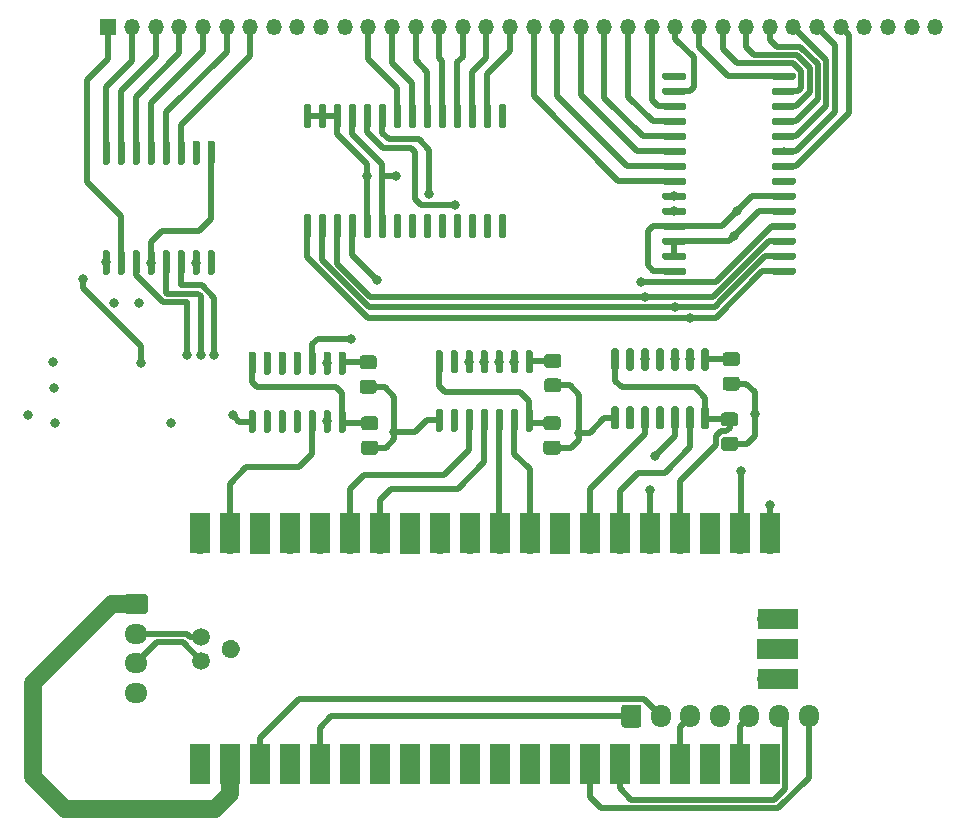
<source format=gbr>
%TF.GenerationSoftware,KiCad,Pcbnew,(5.1.9)-1*%
%TF.CreationDate,2021-05-02T00:53:09+10:00*%
%TF.ProjectId,RedPyKeeb_MCU,52656450-794b-4656-9562-5f4d43552e6b,rev?*%
%TF.SameCoordinates,Original*%
%TF.FileFunction,Copper,L4,Bot*%
%TF.FilePolarity,Positive*%
%FSLAX46Y46*%
G04 Gerber Fmt 4.6, Leading zero omitted, Abs format (unit mm)*
G04 Created by KiCad (PCBNEW (5.1.9)-1) date 2021-05-02 00:53:09*
%MOMM*%
%LPD*%
G01*
G04 APERTURE LIST*
%TA.AperFunction,SMDPad,CuDef*%
%ADD10C,0.100000*%
%TD*%
%TA.AperFunction,ComponentPad*%
%ADD11O,1.700000X1.700000*%
%TD*%
%TA.AperFunction,ComponentPad*%
%ADD12R,1.700000X1.700000*%
%TD*%
%TA.AperFunction,SMDPad,CuDef*%
%ADD13R,1.700000X3.500000*%
%TD*%
%TA.AperFunction,SMDPad,CuDef*%
%ADD14R,3.500000X1.700000*%
%TD*%
%TA.AperFunction,ComponentPad*%
%ADD15C,1.500000*%
%TD*%
%TA.AperFunction,ComponentPad*%
%ADD16C,0.100000*%
%TD*%
%TA.AperFunction,ComponentPad*%
%ADD17O,1.700000X1.950000*%
%TD*%
%TA.AperFunction,ComponentPad*%
%ADD18O,1.950000X1.700000*%
%TD*%
%TA.AperFunction,ComponentPad*%
%ADD19R,1.350000X1.350000*%
%TD*%
%TA.AperFunction,ComponentPad*%
%ADD20O,1.350000X1.350000*%
%TD*%
%TA.AperFunction,ViaPad*%
%ADD21C,0.800000*%
%TD*%
%TA.AperFunction,Conductor*%
%ADD22C,0.508000*%
%TD*%
%TA.AperFunction,Conductor*%
%ADD23C,1.524000*%
%TD*%
G04 APERTURE END LIST*
%TA.AperFunction,SMDPad,CuDef*%
D10*
%TO.P,U0,44*%
%TO.N,GNDPWR*%
G36*
X65504847Y-90868091D02*
G01*
X65519436Y-90794749D01*
X65541143Y-90723190D01*
X65569760Y-90654103D01*
X65605011Y-90588154D01*
X65646556Y-90525977D01*
X65693995Y-90468172D01*
X65746872Y-90415295D01*
X65804677Y-90367856D01*
X65866854Y-90326311D01*
X65932803Y-90291060D01*
X66001890Y-90262443D01*
X66073449Y-90240736D01*
X66146791Y-90226147D01*
X66221210Y-90218818D01*
X66295990Y-90218818D01*
X66370409Y-90226147D01*
X66443751Y-90240736D01*
X66515310Y-90262443D01*
X66584397Y-90291060D01*
X66650346Y-90326311D01*
X66712523Y-90367856D01*
X66770328Y-90415295D01*
X66823205Y-90468172D01*
X66870644Y-90525977D01*
X66912189Y-90588154D01*
X66947440Y-90654103D01*
X66976057Y-90723190D01*
X66997764Y-90794749D01*
X67012353Y-90868091D01*
X67019682Y-90942510D01*
X67019682Y-91017290D01*
X67012353Y-91091709D01*
X66997764Y-91165051D01*
X66976057Y-91236610D01*
X66947440Y-91305697D01*
X66912189Y-91371646D01*
X66870644Y-91433823D01*
X66823205Y-91491628D01*
X66770328Y-91544505D01*
X66712523Y-91591944D01*
X66650346Y-91633489D01*
X66584397Y-91668740D01*
X66515310Y-91697357D01*
X66443751Y-91719064D01*
X66370409Y-91733653D01*
X66295990Y-91740982D01*
X66221210Y-91740982D01*
X66146791Y-91733653D01*
X66073449Y-91719064D01*
X66001890Y-91697357D01*
X65932803Y-91668740D01*
X65866854Y-91633489D01*
X65804677Y-91591944D01*
X65746872Y-91544505D01*
X65693995Y-91491628D01*
X65646556Y-91433823D01*
X65605011Y-91371646D01*
X65569760Y-91305697D01*
X65541143Y-91236610D01*
X65519436Y-91165051D01*
X65504847Y-91091709D01*
X65497518Y-91017290D01*
X65497518Y-90942510D01*
X65504847Y-90868091D01*
G37*
%TD.AperFunction*%
%TA.AperFunction,SMDPad,CuDef*%
%TO.P,U0,45*%
%TO.N,USB_DN*%
G36*
X63209561Y-91470145D02*
G01*
X63212406Y-91460766D01*
X63217027Y-91452121D01*
X63223245Y-91444545D01*
X63230821Y-91438327D01*
X63239466Y-91433706D01*
X63248845Y-91430861D01*
X63258600Y-91429900D01*
X64258600Y-91429900D01*
X64268355Y-91430861D01*
X64277734Y-91433706D01*
X64286379Y-91438327D01*
X64293955Y-91444545D01*
X64300173Y-91452121D01*
X64304794Y-91460766D01*
X64307639Y-91470145D01*
X64308600Y-91479900D01*
X64308600Y-92479900D01*
X64307639Y-92489655D01*
X64304794Y-92499034D01*
X64300173Y-92507679D01*
X64293955Y-92515255D01*
X64286379Y-92521473D01*
X64277734Y-92526094D01*
X64268355Y-92528939D01*
X64258600Y-92529900D01*
X63258600Y-92529900D01*
X63248845Y-92528939D01*
X63239466Y-92526094D01*
X63230821Y-92521473D01*
X63223245Y-92515255D01*
X63217027Y-92507679D01*
X63212406Y-92499034D01*
X63209561Y-92489655D01*
X63208600Y-92479900D01*
X63208600Y-91479900D01*
X63209561Y-91470145D01*
G37*
%TD.AperFunction*%
%TA.AperFunction,SMDPad,CuDef*%
%TO.P,U0,46*%
%TO.N,USB_DP*%
G36*
X63209561Y-89470145D02*
G01*
X63212406Y-89460766D01*
X63217027Y-89452121D01*
X63223245Y-89444545D01*
X63230821Y-89438327D01*
X63239466Y-89433706D01*
X63248845Y-89430861D01*
X63258600Y-89429900D01*
X64258600Y-89429900D01*
X64268355Y-89430861D01*
X64277734Y-89433706D01*
X64286379Y-89438327D01*
X64293955Y-89444545D01*
X64300173Y-89452121D01*
X64304794Y-89460766D01*
X64307639Y-89470145D01*
X64308600Y-89479900D01*
X64308600Y-90479900D01*
X64307639Y-90489655D01*
X64304794Y-90499034D01*
X64300173Y-90507679D01*
X64293955Y-90515255D01*
X64286379Y-90521473D01*
X64277734Y-90526094D01*
X64268355Y-90528939D01*
X64258600Y-90529900D01*
X63258600Y-90529900D01*
X63248845Y-90528939D01*
X63239466Y-90526094D01*
X63230821Y-90521473D01*
X63223245Y-90515255D01*
X63217027Y-90507679D01*
X63212406Y-90499034D01*
X63209561Y-90489655D01*
X63208600Y-90479900D01*
X63208600Y-89479900D01*
X63209561Y-89470145D01*
G37*
%TD.AperFunction*%
D11*
%TO.P,U0,1*%
%TO.N,Net-(U0-Pad1)*%
X63628600Y-82089900D03*
%TO.P,U0,2*%
%TO.N,Net-(U0-Pad2)*%
X66168600Y-82089900D03*
D12*
%TO.P,U0,3*%
%TO.N,Net-(U0-Pad3)*%
X68708600Y-82089900D03*
D11*
%TO.P,U0,4*%
%TO.N,LED_SCL_STATUS0_PICO*%
X71248600Y-82089900D03*
%TO.P,U0,5*%
%TO.N,LED_SDA_STATUS0_PICO*%
X73788600Y-82089900D03*
%TO.P,U0,6*%
%TO.N,Net-(U0-Pad6)*%
X76328600Y-82089900D03*
%TO.P,U0,7*%
%TO.N,Net-(U0-Pad7)*%
X78868600Y-82089900D03*
D12*
%TO.P,U0,8*%
%TO.N,Net-(U0-Pad8)*%
X81408600Y-82089900D03*
D11*
%TO.P,U0,9*%
%TO.N,LED_SCL_ROW0_PICO*%
X83948600Y-82089900D03*
%TO.P,U0,10*%
%TO.N,LED_SDA_ROW0_PICO*%
X86488600Y-82089900D03*
%TO.P,U0,11*%
%TO.N,Net-(U0-Pad11)*%
X89028600Y-82089900D03*
%TO.P,U0,12*%
%TO.N,Net-(U0-Pad12)*%
X91568600Y-82089900D03*
D12*
%TO.P,U0,13*%
%TO.N,Net-(U0-Pad13)*%
X94108600Y-82089900D03*
D11*
%TO.P,U0,14*%
%TO.N,SPI_CLK_PICO*%
X96648600Y-82089900D03*
%TO.P,U0,15*%
%TO.N,SPI_MOSI_PICO*%
X99188600Y-82089900D03*
%TO.P,U0,16*%
%TO.N,SPI_MISO_PICO*%
X101728600Y-82089900D03*
%TO.P,U0,17*%
%TO.N,PICO_33_REF*%
X104268600Y-82089900D03*
D12*
%TO.P,U0,18*%
%TO.N,Net-(U0-Pad18)*%
X106808600Y-82089900D03*
D11*
%TO.P,U0,19*%
%TO.N,Net-(U0-Pad19)*%
X109348600Y-82089900D03*
%TO.P,U0,20*%
%TO.N,Net-(U0-Pad20)*%
X111888600Y-82089900D03*
%TO.P,U0,21*%
%TO.N,Net-(U0-Pad21)*%
X111888600Y-99869900D03*
%TO.P,U0,22*%
%TO.N,Net-(J2-Pad5)*%
X109348600Y-99869900D03*
D12*
%TO.P,U0,23*%
%TO.N,Net-(U0-Pad23)*%
X106808600Y-99869900D03*
D11*
%TO.P,U0,24*%
%TO.N,Net-(J2-Pad3)*%
X104268600Y-99869900D03*
%TO.P,U0,25*%
%TO.N,Net-(J2-Pad4)*%
X101728600Y-99869900D03*
%TO.P,U0,26*%
%TO.N,Net-(J2-Pad6)*%
X99188600Y-99869900D03*
%TO.P,U0,27*%
%TO.N,Net-(J2-Pad7)*%
X96648600Y-99869900D03*
D12*
%TO.P,U0,28*%
%TO.N,Net-(U0-Pad28)*%
X94108600Y-99869900D03*
D11*
%TO.P,U0,29*%
%TO.N,Net-(U0-Pad29)*%
X91568600Y-99869900D03*
%TO.P,U0,30*%
%TO.N,Net-(U0-Pad30)*%
X89028600Y-99869900D03*
%TO.P,U0,31*%
%TO.N,Net-(U0-Pad31)*%
X86488600Y-99869900D03*
%TO.P,U0,32*%
%TO.N,Net-(U0-Pad32)*%
X83948600Y-99869900D03*
D12*
%TO.P,U0,33*%
%TO.N,Net-(U0-Pad33)*%
X81408600Y-99869900D03*
D11*
%TO.P,U0,34*%
%TO.N,Net-(U0-Pad34)*%
X78868600Y-99869900D03*
%TO.P,U0,35*%
%TO.N,Net-(U0-Pad35)*%
X76328600Y-99869900D03*
%TO.P,U0,36*%
%TO.N,Net-(J2-Pad1)*%
X73788600Y-99869900D03*
%TO.P,U0,37*%
%TO.N,Net-(U0-Pad37)*%
X71248600Y-99869900D03*
D12*
%TO.P,U0,38*%
%TO.N,Net-(J2-Pad2)*%
X68708600Y-99869900D03*
D11*
%TO.P,U0,39*%
%TO.N,MAIN_VBUS*%
X66168600Y-99869900D03*
%TO.P,U0,40*%
%TO.N,Net-(U0-Pad40)*%
X63628600Y-99869900D03*
D13*
%TO.P,U0,1*%
%TO.N,Net-(U0-Pad1)*%
X63628600Y-81189900D03*
%TO.P,U0,2*%
%TO.N,Net-(U0-Pad2)*%
X66168600Y-81189900D03*
%TO.P,U0,3*%
%TO.N,Net-(U0-Pad3)*%
X68708600Y-81189900D03*
%TO.P,U0,4*%
%TO.N,LED_SCL_STATUS0_PICO*%
X71248600Y-81189900D03*
%TO.P,U0,5*%
%TO.N,LED_SDA_STATUS0_PICO*%
X73788600Y-81189900D03*
%TO.P,U0,6*%
%TO.N,Net-(U0-Pad6)*%
X76328600Y-81189900D03*
%TO.P,U0,7*%
%TO.N,Net-(U0-Pad7)*%
X78868600Y-81189900D03*
%TO.P,U0,8*%
%TO.N,Net-(U0-Pad8)*%
X81408600Y-81189900D03*
%TO.P,U0,9*%
%TO.N,LED_SCL_ROW0_PICO*%
X83948600Y-81189900D03*
%TO.P,U0,10*%
%TO.N,LED_SDA_ROW0_PICO*%
X86488600Y-81189900D03*
%TO.P,U0,11*%
%TO.N,Net-(U0-Pad11)*%
X89028600Y-81189900D03*
%TO.P,U0,12*%
%TO.N,Net-(U0-Pad12)*%
X91568600Y-81189900D03*
%TO.P,U0,13*%
%TO.N,Net-(U0-Pad13)*%
X94108600Y-81189900D03*
%TO.P,U0,14*%
%TO.N,SPI_CLK_PICO*%
X96648600Y-81189900D03*
%TO.P,U0,15*%
%TO.N,SPI_MOSI_PICO*%
X99188600Y-81189900D03*
%TO.P,U0,16*%
%TO.N,SPI_MISO_PICO*%
X101728600Y-81189900D03*
%TO.P,U0,17*%
%TO.N,PICO_33_REF*%
X104268600Y-81189900D03*
%TO.P,U0,18*%
%TO.N,Net-(U0-Pad18)*%
X106808600Y-81189900D03*
%TO.P,U0,19*%
%TO.N,Net-(U0-Pad19)*%
X109348600Y-81189900D03*
%TO.P,U0,20*%
%TO.N,Net-(U0-Pad20)*%
X111888600Y-81189900D03*
%TO.P,U0,40*%
%TO.N,Net-(U0-Pad40)*%
X63628600Y-100769900D03*
%TO.P,U0,39*%
%TO.N,MAIN_VBUS*%
X66168600Y-100769900D03*
%TO.P,U0,38*%
%TO.N,Net-(J2-Pad2)*%
X68708600Y-100769900D03*
%TO.P,U0,37*%
%TO.N,Net-(U0-Pad37)*%
X71248600Y-100769900D03*
%TO.P,U0,36*%
%TO.N,Net-(J2-Pad1)*%
X73788600Y-100769900D03*
%TO.P,U0,35*%
%TO.N,Net-(U0-Pad35)*%
X76328600Y-100769900D03*
%TO.P,U0,34*%
%TO.N,Net-(U0-Pad34)*%
X78868600Y-100769900D03*
%TO.P,U0,33*%
%TO.N,Net-(U0-Pad33)*%
X81408600Y-100769900D03*
%TO.P,U0,32*%
%TO.N,Net-(U0-Pad32)*%
X83948600Y-100769900D03*
%TO.P,U0,31*%
%TO.N,Net-(U0-Pad31)*%
X86488600Y-100769900D03*
%TO.P,U0,30*%
%TO.N,Net-(U0-Pad30)*%
X89028600Y-100769900D03*
%TO.P,U0,29*%
%TO.N,Net-(U0-Pad29)*%
X91568600Y-100769900D03*
%TO.P,U0,28*%
%TO.N,Net-(U0-Pad28)*%
X94108600Y-100769900D03*
%TO.P,U0,27*%
%TO.N,Net-(J2-Pad7)*%
X96648600Y-100769900D03*
%TO.P,U0,26*%
%TO.N,Net-(J2-Pad6)*%
X99188600Y-100769900D03*
%TO.P,U0,25*%
%TO.N,Net-(J2-Pad4)*%
X101728600Y-100769900D03*
%TO.P,U0,24*%
%TO.N,Net-(J2-Pad3)*%
X104268600Y-100769900D03*
%TO.P,U0,23*%
%TO.N,Net-(U0-Pad23)*%
X106808600Y-100769900D03*
%TO.P,U0,22*%
%TO.N,Net-(J2-Pad5)*%
X109348600Y-100769900D03*
%TO.P,U0,21*%
%TO.N,Net-(U0-Pad21)*%
X111888600Y-100769900D03*
D14*
%TO.P,U0,41*%
%TO.N,Net-(U0-Pad41)*%
X112558600Y-88439900D03*
D11*
X111658600Y-88439900D03*
D14*
%TO.P,U0,42*%
%TO.N,Net-(U0-Pad42)*%
X112558600Y-90979900D03*
D12*
X111658600Y-90979900D03*
D14*
%TO.P,U0,43*%
%TO.N,Net-(U0-Pad43)*%
X112558600Y-93519900D03*
D11*
X111658600Y-93519900D03*
D15*
%TO.P,U0,46*%
%TO.N,USB_DP*%
X63758600Y-89979900D03*
%TO.P,U0,45*%
%TO.N,USB_DN*%
X63758600Y-91979900D03*
%TA.AperFunction,ComponentPad*%
D16*
%TO.P,U0,44*%
%TO.N,GNDPWR*%
G36*
X65516718Y-90869852D02*
G01*
X65531077Y-90797665D01*
X65552442Y-90727233D01*
X65580608Y-90659234D01*
X65615304Y-90594323D01*
X65656194Y-90533126D01*
X65702887Y-90476231D01*
X65709817Y-90469301D01*
X65712406Y-90460766D01*
X65717027Y-90452121D01*
X65723245Y-90444545D01*
X65730821Y-90438327D01*
X65739466Y-90433706D01*
X65748001Y-90431117D01*
X65754931Y-90424187D01*
X65811826Y-90377494D01*
X65873023Y-90336604D01*
X65937934Y-90301908D01*
X66005933Y-90273742D01*
X66076365Y-90252377D01*
X66148552Y-90238018D01*
X66221799Y-90230803D01*
X66295401Y-90230803D01*
X66368648Y-90238018D01*
X66440835Y-90252377D01*
X66511267Y-90273742D01*
X66579266Y-90301908D01*
X66644177Y-90336604D01*
X66705374Y-90377494D01*
X66762269Y-90424187D01*
X66769199Y-90431117D01*
X66777734Y-90433706D01*
X66786379Y-90438327D01*
X66793955Y-90444545D01*
X66800173Y-90452121D01*
X66804794Y-90460766D01*
X66807383Y-90469301D01*
X66814313Y-90476231D01*
X66861006Y-90533126D01*
X66901896Y-90594323D01*
X66936592Y-90659234D01*
X66964758Y-90727233D01*
X66986123Y-90797665D01*
X67000482Y-90869852D01*
X67007697Y-90943099D01*
X67007697Y-91016701D01*
X67000482Y-91089948D01*
X66986123Y-91162135D01*
X66964758Y-91232567D01*
X66936592Y-91300566D01*
X66901896Y-91365477D01*
X66861006Y-91426674D01*
X66814313Y-91483569D01*
X66807383Y-91490499D01*
X66804794Y-91499034D01*
X66800173Y-91507679D01*
X66793955Y-91515255D01*
X66786379Y-91521473D01*
X66777734Y-91526094D01*
X66769199Y-91528683D01*
X66762269Y-91535613D01*
X66705374Y-91582306D01*
X66644177Y-91623196D01*
X66579266Y-91657892D01*
X66511267Y-91686058D01*
X66440835Y-91707423D01*
X66368648Y-91721782D01*
X66295401Y-91728997D01*
X66221799Y-91728997D01*
X66148552Y-91721782D01*
X66076365Y-91707423D01*
X66005933Y-91686058D01*
X65937934Y-91657892D01*
X65873023Y-91623196D01*
X65811826Y-91582306D01*
X65754931Y-91535613D01*
X65748001Y-91528683D01*
X65739466Y-91526094D01*
X65730821Y-91521473D01*
X65723245Y-91515255D01*
X65717027Y-91507679D01*
X65712406Y-91499034D01*
X65709817Y-91490499D01*
X65702887Y-91483569D01*
X65656194Y-91426674D01*
X65615304Y-91365477D01*
X65580608Y-91300566D01*
X65552442Y-91232567D01*
X65531077Y-91162135D01*
X65516718Y-91089948D01*
X65509503Y-91016701D01*
X65509503Y-90943099D01*
X65516718Y-90869852D01*
G37*
%TD.AperFunction*%
%TD*%
D17*
%TO.P,J2,7*%
%TO.N,Net-(J2-Pad7)*%
X115177600Y-96672400D03*
%TO.P,J2,6*%
%TO.N,Net-(J2-Pad6)*%
X112677600Y-96672400D03*
%TO.P,J2,5*%
%TO.N,Net-(J2-Pad5)*%
X110177600Y-96672400D03*
%TO.P,J2,4*%
%TO.N,Net-(J2-Pad4)*%
X107677600Y-96672400D03*
%TO.P,J2,3*%
%TO.N,Net-(J2-Pad3)*%
X105177600Y-96672400D03*
%TO.P,J2,2*%
%TO.N,Net-(J2-Pad2)*%
X102677600Y-96672400D03*
%TO.P,J2,1*%
%TO.N,Net-(J2-Pad1)*%
%TA.AperFunction,ComponentPad*%
G36*
G01*
X99327600Y-97397400D02*
X99327600Y-95947400D01*
G75*
G02*
X99577600Y-95697400I250000J0D01*
G01*
X100777600Y-95697400D01*
G75*
G02*
X101027600Y-95947400I0J-250000D01*
G01*
X101027600Y-97397400D01*
G75*
G02*
X100777600Y-97647400I-250000J0D01*
G01*
X99577600Y-97647400D01*
G75*
G02*
X99327600Y-97397400I0J250000D01*
G01*
G37*
%TD.AperFunction*%
%TD*%
%TO.P,U2,28*%
%TO.N,Net-(U2-Pad28)*%
%TA.AperFunction,SMDPad,CuDef*%
G36*
G01*
X104820300Y-42344200D02*
X104820300Y-42644200D01*
G75*
G02*
X104670300Y-42794200I-150000J0D01*
G01*
X102920300Y-42794200D01*
G75*
G02*
X102770300Y-42644200I0J150000D01*
G01*
X102770300Y-42344200D01*
G75*
G02*
X102920300Y-42194200I150000J0D01*
G01*
X104670300Y-42194200D01*
G75*
G02*
X104820300Y-42344200I0J-150000D01*
G01*
G37*
%TD.AperFunction*%
%TO.P,U2,27*%
%TO.N,KEY_COL13*%
%TA.AperFunction,SMDPad,CuDef*%
G36*
G01*
X104820300Y-43614200D02*
X104820300Y-43914200D01*
G75*
G02*
X104670300Y-44064200I-150000J0D01*
G01*
X102920300Y-44064200D01*
G75*
G02*
X102770300Y-43914200I0J150000D01*
G01*
X102770300Y-43614200D01*
G75*
G02*
X102920300Y-43464200I150000J0D01*
G01*
X104670300Y-43464200D01*
G75*
G02*
X104820300Y-43614200I0J-150000D01*
G01*
G37*
%TD.AperFunction*%
%TO.P,U2,26*%
%TO.N,KEY_COL12*%
%TA.AperFunction,SMDPad,CuDef*%
G36*
G01*
X104820300Y-44884200D02*
X104820300Y-45184200D01*
G75*
G02*
X104670300Y-45334200I-150000J0D01*
G01*
X102920300Y-45334200D01*
G75*
G02*
X102770300Y-45184200I0J150000D01*
G01*
X102770300Y-44884200D01*
G75*
G02*
X102920300Y-44734200I150000J0D01*
G01*
X104670300Y-44734200D01*
G75*
G02*
X104820300Y-44884200I0J-150000D01*
G01*
G37*
%TD.AperFunction*%
%TO.P,U2,25*%
%TO.N,KEY_COL11*%
%TA.AperFunction,SMDPad,CuDef*%
G36*
G01*
X104820300Y-46154200D02*
X104820300Y-46454200D01*
G75*
G02*
X104670300Y-46604200I-150000J0D01*
G01*
X102920300Y-46604200D01*
G75*
G02*
X102770300Y-46454200I0J150000D01*
G01*
X102770300Y-46154200D01*
G75*
G02*
X102920300Y-46004200I150000J0D01*
G01*
X104670300Y-46004200D01*
G75*
G02*
X104820300Y-46154200I0J-150000D01*
G01*
G37*
%TD.AperFunction*%
%TO.P,U2,24*%
%TO.N,KEY_COL10*%
%TA.AperFunction,SMDPad,CuDef*%
G36*
G01*
X104820300Y-47424200D02*
X104820300Y-47724200D01*
G75*
G02*
X104670300Y-47874200I-150000J0D01*
G01*
X102920300Y-47874200D01*
G75*
G02*
X102770300Y-47724200I0J150000D01*
G01*
X102770300Y-47424200D01*
G75*
G02*
X102920300Y-47274200I150000J0D01*
G01*
X104670300Y-47274200D01*
G75*
G02*
X104820300Y-47424200I0J-150000D01*
G01*
G37*
%TD.AperFunction*%
%TO.P,U2,23*%
%TO.N,KEY_COL9*%
%TA.AperFunction,SMDPad,CuDef*%
G36*
G01*
X104820300Y-48694200D02*
X104820300Y-48994200D01*
G75*
G02*
X104670300Y-49144200I-150000J0D01*
G01*
X102920300Y-49144200D01*
G75*
G02*
X102770300Y-48994200I0J150000D01*
G01*
X102770300Y-48694200D01*
G75*
G02*
X102920300Y-48544200I150000J0D01*
G01*
X104670300Y-48544200D01*
G75*
G02*
X104820300Y-48694200I0J-150000D01*
G01*
G37*
%TD.AperFunction*%
%TO.P,U2,22*%
%TO.N,KEY_COL8*%
%TA.AperFunction,SMDPad,CuDef*%
G36*
G01*
X104820300Y-49964200D02*
X104820300Y-50264200D01*
G75*
G02*
X104670300Y-50414200I-150000J0D01*
G01*
X102920300Y-50414200D01*
G75*
G02*
X102770300Y-50264200I0J150000D01*
G01*
X102770300Y-49964200D01*
G75*
G02*
X102920300Y-49814200I150000J0D01*
G01*
X104670300Y-49814200D01*
G75*
G02*
X104820300Y-49964200I0J-150000D01*
G01*
G37*
%TD.AperFunction*%
%TO.P,U2,21*%
%TO.N,KEY_COL7*%
%TA.AperFunction,SMDPad,CuDef*%
G36*
G01*
X104820300Y-51234200D02*
X104820300Y-51534200D01*
G75*
G02*
X104670300Y-51684200I-150000J0D01*
G01*
X102920300Y-51684200D01*
G75*
G02*
X102770300Y-51534200I0J150000D01*
G01*
X102770300Y-51234200D01*
G75*
G02*
X102920300Y-51084200I150000J0D01*
G01*
X104670300Y-51084200D01*
G75*
G02*
X104820300Y-51234200I0J-150000D01*
G01*
G37*
%TD.AperFunction*%
%TO.P,U2,20*%
%TO.N,IO_INT2*%
%TA.AperFunction,SMDPad,CuDef*%
G36*
G01*
X104820300Y-52504200D02*
X104820300Y-52804200D01*
G75*
G02*
X104670300Y-52954200I-150000J0D01*
G01*
X102920300Y-52954200D01*
G75*
G02*
X102770300Y-52804200I0J150000D01*
G01*
X102770300Y-52504200D01*
G75*
G02*
X102920300Y-52354200I150000J0D01*
G01*
X104670300Y-52354200D01*
G75*
G02*
X104820300Y-52504200I0J-150000D01*
G01*
G37*
%TD.AperFunction*%
%TO.P,U2,19*%
%TO.N,IO_INT3*%
%TA.AperFunction,SMDPad,CuDef*%
G36*
G01*
X104820300Y-53774200D02*
X104820300Y-54074200D01*
G75*
G02*
X104670300Y-54224200I-150000J0D01*
G01*
X102920300Y-54224200D01*
G75*
G02*
X102770300Y-54074200I0J150000D01*
G01*
X102770300Y-53774200D01*
G75*
G02*
X102920300Y-53624200I150000J0D01*
G01*
X104670300Y-53624200D01*
G75*
G02*
X104820300Y-53774200I0J-150000D01*
G01*
G37*
%TD.AperFunction*%
%TO.P,U2,18*%
%TO.N,MAIN_VBUS*%
%TA.AperFunction,SMDPad,CuDef*%
G36*
G01*
X104820300Y-55044200D02*
X104820300Y-55344200D01*
G75*
G02*
X104670300Y-55494200I-150000J0D01*
G01*
X102920300Y-55494200D01*
G75*
G02*
X102770300Y-55344200I0J150000D01*
G01*
X102770300Y-55044200D01*
G75*
G02*
X102920300Y-54894200I150000J0D01*
G01*
X104670300Y-54894200D01*
G75*
G02*
X104820300Y-55044200I0J-150000D01*
G01*
G37*
%TD.AperFunction*%
%TO.P,U2,17*%
%TO.N,GNDPWR*%
%TA.AperFunction,SMDPad,CuDef*%
G36*
G01*
X104820300Y-56314200D02*
X104820300Y-56614200D01*
G75*
G02*
X104670300Y-56764200I-150000J0D01*
G01*
X102920300Y-56764200D01*
G75*
G02*
X102770300Y-56614200I0J150000D01*
G01*
X102770300Y-56314200D01*
G75*
G02*
X102920300Y-56164200I150000J0D01*
G01*
X104670300Y-56164200D01*
G75*
G02*
X104820300Y-56314200I0J-150000D01*
G01*
G37*
%TD.AperFunction*%
%TO.P,U2,16*%
%TA.AperFunction,SMDPad,CuDef*%
G36*
G01*
X104820300Y-57584200D02*
X104820300Y-57884200D01*
G75*
G02*
X104670300Y-58034200I-150000J0D01*
G01*
X102920300Y-58034200D01*
G75*
G02*
X102770300Y-57884200I0J150000D01*
G01*
X102770300Y-57584200D01*
G75*
G02*
X102920300Y-57434200I150000J0D01*
G01*
X104670300Y-57434200D01*
G75*
G02*
X104820300Y-57584200I0J-150000D01*
G01*
G37*
%TD.AperFunction*%
%TO.P,U2,15*%
%TO.N,MAIN_VBUS*%
%TA.AperFunction,SMDPad,CuDef*%
G36*
G01*
X104820300Y-58854200D02*
X104820300Y-59154200D01*
G75*
G02*
X104670300Y-59304200I-150000J0D01*
G01*
X102920300Y-59304200D01*
G75*
G02*
X102770300Y-59154200I0J150000D01*
G01*
X102770300Y-58854200D01*
G75*
G02*
X102920300Y-58704200I150000J0D01*
G01*
X104670300Y-58704200D01*
G75*
G02*
X104820300Y-58854200I0J-150000D01*
G01*
G37*
%TD.AperFunction*%
%TO.P,U2,14*%
%TO.N,SPI_MISO*%
%TA.AperFunction,SMDPad,CuDef*%
G36*
G01*
X114120300Y-58854200D02*
X114120300Y-59154200D01*
G75*
G02*
X113970300Y-59304200I-150000J0D01*
G01*
X112220300Y-59304200D01*
G75*
G02*
X112070300Y-59154200I0J150000D01*
G01*
X112070300Y-58854200D01*
G75*
G02*
X112220300Y-58704200I150000J0D01*
G01*
X113970300Y-58704200D01*
G75*
G02*
X114120300Y-58854200I0J-150000D01*
G01*
G37*
%TD.AperFunction*%
%TO.P,U2,13*%
%TO.N,SPI_MOSI*%
%TA.AperFunction,SMDPad,CuDef*%
G36*
G01*
X114120300Y-57584200D02*
X114120300Y-57884200D01*
G75*
G02*
X113970300Y-58034200I-150000J0D01*
G01*
X112220300Y-58034200D01*
G75*
G02*
X112070300Y-57884200I0J150000D01*
G01*
X112070300Y-57584200D01*
G75*
G02*
X112220300Y-57434200I150000J0D01*
G01*
X113970300Y-57434200D01*
G75*
G02*
X114120300Y-57584200I0J-150000D01*
G01*
G37*
%TD.AperFunction*%
%TO.P,U2,12*%
%TO.N,SPI_CLK*%
%TA.AperFunction,SMDPad,CuDef*%
G36*
G01*
X114120300Y-56314200D02*
X114120300Y-56614200D01*
G75*
G02*
X113970300Y-56764200I-150000J0D01*
G01*
X112220300Y-56764200D01*
G75*
G02*
X112070300Y-56614200I0J150000D01*
G01*
X112070300Y-56314200D01*
G75*
G02*
X112220300Y-56164200I150000J0D01*
G01*
X113970300Y-56164200D01*
G75*
G02*
X114120300Y-56314200I0J-150000D01*
G01*
G37*
%TD.AperFunction*%
%TO.P,U2,11*%
%TO.N,IO_CS1*%
%TA.AperFunction,SMDPad,CuDef*%
G36*
G01*
X114120300Y-55044200D02*
X114120300Y-55344200D01*
G75*
G02*
X113970300Y-55494200I-150000J0D01*
G01*
X112220300Y-55494200D01*
G75*
G02*
X112070300Y-55344200I0J150000D01*
G01*
X112070300Y-55044200D01*
G75*
G02*
X112220300Y-54894200I150000J0D01*
G01*
X113970300Y-54894200D01*
G75*
G02*
X114120300Y-55044200I0J-150000D01*
G01*
G37*
%TD.AperFunction*%
%TO.P,U2,10*%
%TO.N,GNDPWR*%
%TA.AperFunction,SMDPad,CuDef*%
G36*
G01*
X114120300Y-53774200D02*
X114120300Y-54074200D01*
G75*
G02*
X113970300Y-54224200I-150000J0D01*
G01*
X112220300Y-54224200D01*
G75*
G02*
X112070300Y-54074200I0J150000D01*
G01*
X112070300Y-53774200D01*
G75*
G02*
X112220300Y-53624200I150000J0D01*
G01*
X113970300Y-53624200D01*
G75*
G02*
X114120300Y-53774200I0J-150000D01*
G01*
G37*
%TD.AperFunction*%
%TO.P,U2,9*%
%TO.N,MAIN_VBUS*%
%TA.AperFunction,SMDPad,CuDef*%
G36*
G01*
X114120300Y-52504200D02*
X114120300Y-52804200D01*
G75*
G02*
X113970300Y-52954200I-150000J0D01*
G01*
X112220300Y-52954200D01*
G75*
G02*
X112070300Y-52804200I0J150000D01*
G01*
X112070300Y-52504200D01*
G75*
G02*
X112220300Y-52354200I150000J0D01*
G01*
X113970300Y-52354200D01*
G75*
G02*
X114120300Y-52504200I0J-150000D01*
G01*
G37*
%TD.AperFunction*%
%TO.P,U2,8*%
%TO.N,Net-(U2-Pad8)*%
%TA.AperFunction,SMDPad,CuDef*%
G36*
G01*
X114120300Y-51234200D02*
X114120300Y-51534200D01*
G75*
G02*
X113970300Y-51684200I-150000J0D01*
G01*
X112220300Y-51684200D01*
G75*
G02*
X112070300Y-51534200I0J150000D01*
G01*
X112070300Y-51234200D01*
G75*
G02*
X112220300Y-51084200I150000J0D01*
G01*
X113970300Y-51084200D01*
G75*
G02*
X114120300Y-51234200I0J-150000D01*
G01*
G37*
%TD.AperFunction*%
%TO.P,U2,7*%
%TO.N,KEY_COL20*%
%TA.AperFunction,SMDPad,CuDef*%
G36*
G01*
X114120300Y-49964200D02*
X114120300Y-50264200D01*
G75*
G02*
X113970300Y-50414200I-150000J0D01*
G01*
X112220300Y-50414200D01*
G75*
G02*
X112070300Y-50264200I0J150000D01*
G01*
X112070300Y-49964200D01*
G75*
G02*
X112220300Y-49814200I150000J0D01*
G01*
X113970300Y-49814200D01*
G75*
G02*
X114120300Y-49964200I0J-150000D01*
G01*
G37*
%TD.AperFunction*%
%TO.P,U2,6*%
%TO.N,KEY_COL19*%
%TA.AperFunction,SMDPad,CuDef*%
G36*
G01*
X114120300Y-48694200D02*
X114120300Y-48994200D01*
G75*
G02*
X113970300Y-49144200I-150000J0D01*
G01*
X112220300Y-49144200D01*
G75*
G02*
X112070300Y-48994200I0J150000D01*
G01*
X112070300Y-48694200D01*
G75*
G02*
X112220300Y-48544200I150000J0D01*
G01*
X113970300Y-48544200D01*
G75*
G02*
X114120300Y-48694200I0J-150000D01*
G01*
G37*
%TD.AperFunction*%
%TO.P,U2,5*%
%TO.N,KEY_COL18*%
%TA.AperFunction,SMDPad,CuDef*%
G36*
G01*
X114120300Y-47424200D02*
X114120300Y-47724200D01*
G75*
G02*
X113970300Y-47874200I-150000J0D01*
G01*
X112220300Y-47874200D01*
G75*
G02*
X112070300Y-47724200I0J150000D01*
G01*
X112070300Y-47424200D01*
G75*
G02*
X112220300Y-47274200I150000J0D01*
G01*
X113970300Y-47274200D01*
G75*
G02*
X114120300Y-47424200I0J-150000D01*
G01*
G37*
%TD.AperFunction*%
%TO.P,U2,4*%
%TO.N,KEY_COL17*%
%TA.AperFunction,SMDPad,CuDef*%
G36*
G01*
X114120300Y-46154200D02*
X114120300Y-46454200D01*
G75*
G02*
X113970300Y-46604200I-150000J0D01*
G01*
X112220300Y-46604200D01*
G75*
G02*
X112070300Y-46454200I0J150000D01*
G01*
X112070300Y-46154200D01*
G75*
G02*
X112220300Y-46004200I150000J0D01*
G01*
X113970300Y-46004200D01*
G75*
G02*
X114120300Y-46154200I0J-150000D01*
G01*
G37*
%TD.AperFunction*%
%TO.P,U2,3*%
%TO.N,KEY_COL16*%
%TA.AperFunction,SMDPad,CuDef*%
G36*
G01*
X114120300Y-44884200D02*
X114120300Y-45184200D01*
G75*
G02*
X113970300Y-45334200I-150000J0D01*
G01*
X112220300Y-45334200D01*
G75*
G02*
X112070300Y-45184200I0J150000D01*
G01*
X112070300Y-44884200D01*
G75*
G02*
X112220300Y-44734200I150000J0D01*
G01*
X113970300Y-44734200D01*
G75*
G02*
X114120300Y-44884200I0J-150000D01*
G01*
G37*
%TD.AperFunction*%
%TO.P,U2,2*%
%TO.N,KEY_COL15*%
%TA.AperFunction,SMDPad,CuDef*%
G36*
G01*
X114120300Y-43614200D02*
X114120300Y-43914200D01*
G75*
G02*
X113970300Y-44064200I-150000J0D01*
G01*
X112220300Y-44064200D01*
G75*
G02*
X112070300Y-43914200I0J150000D01*
G01*
X112070300Y-43614200D01*
G75*
G02*
X112220300Y-43464200I150000J0D01*
G01*
X113970300Y-43464200D01*
G75*
G02*
X114120300Y-43614200I0J-150000D01*
G01*
G37*
%TD.AperFunction*%
%TO.P,U2,1*%
%TO.N,KEY_COL14*%
%TA.AperFunction,SMDPad,CuDef*%
G36*
G01*
X114120300Y-42344200D02*
X114120300Y-42644200D01*
G75*
G02*
X113970300Y-42794200I-150000J0D01*
G01*
X112220300Y-42794200D01*
G75*
G02*
X112070300Y-42644200I0J150000D01*
G01*
X112070300Y-42344200D01*
G75*
G02*
X112220300Y-42194200I150000J0D01*
G01*
X113970300Y-42194200D01*
G75*
G02*
X114120300Y-42344200I0J-150000D01*
G01*
G37*
%TD.AperFunction*%
%TD*%
D18*
%TO.P,J0,4*%
%TO.N,GNDPWR*%
X58267600Y-94687400D03*
%TO.P,J0,3*%
%TO.N,USB_DN*%
X58267600Y-92187400D03*
%TO.P,J0,2*%
%TO.N,USB_DP*%
X58267600Y-89687400D03*
%TO.P,J0,1*%
%TO.N,MAIN_VBUS*%
%TA.AperFunction,ComponentPad*%
G36*
G01*
X57542600Y-86337400D02*
X58992600Y-86337400D01*
G75*
G02*
X59242600Y-86587400I0J-250000D01*
G01*
X59242600Y-87787400D01*
G75*
G02*
X58992600Y-88037400I-250000J0D01*
G01*
X57542600Y-88037400D01*
G75*
G02*
X57292600Y-87787400I0J250000D01*
G01*
X57292600Y-86587400D01*
G75*
G02*
X57542600Y-86337400I250000J0D01*
G01*
G37*
%TD.AperFunction*%
%TD*%
%TO.P,U1,28*%
%TO.N,Net-(U1-Pad28)*%
%TA.AperFunction,SMDPad,CuDef*%
G36*
G01*
X89405600Y-46895600D02*
X89105600Y-46895600D01*
G75*
G02*
X88955600Y-46745600I0J150000D01*
G01*
X88955600Y-44995600D01*
G75*
G02*
X89105600Y-44845600I150000J0D01*
G01*
X89405600Y-44845600D01*
G75*
G02*
X89555600Y-44995600I0J-150000D01*
G01*
X89555600Y-46745600D01*
G75*
G02*
X89405600Y-46895600I-150000J0D01*
G01*
G37*
%TD.AperFunction*%
%TO.P,U1,27*%
%TO.N,KEY_COL6*%
%TA.AperFunction,SMDPad,CuDef*%
G36*
G01*
X88135600Y-46895600D02*
X87835600Y-46895600D01*
G75*
G02*
X87685600Y-46745600I0J150000D01*
G01*
X87685600Y-44995600D01*
G75*
G02*
X87835600Y-44845600I150000J0D01*
G01*
X88135600Y-44845600D01*
G75*
G02*
X88285600Y-44995600I0J-150000D01*
G01*
X88285600Y-46745600D01*
G75*
G02*
X88135600Y-46895600I-150000J0D01*
G01*
G37*
%TD.AperFunction*%
%TO.P,U1,26*%
%TO.N,KEY_COL5*%
%TA.AperFunction,SMDPad,CuDef*%
G36*
G01*
X86865600Y-46895600D02*
X86565600Y-46895600D01*
G75*
G02*
X86415600Y-46745600I0J150000D01*
G01*
X86415600Y-44995600D01*
G75*
G02*
X86565600Y-44845600I150000J0D01*
G01*
X86865600Y-44845600D01*
G75*
G02*
X87015600Y-44995600I0J-150000D01*
G01*
X87015600Y-46745600D01*
G75*
G02*
X86865600Y-46895600I-150000J0D01*
G01*
G37*
%TD.AperFunction*%
%TO.P,U1,25*%
%TO.N,KEY_COL4*%
%TA.AperFunction,SMDPad,CuDef*%
G36*
G01*
X85595600Y-46895600D02*
X85295600Y-46895600D01*
G75*
G02*
X85145600Y-46745600I0J150000D01*
G01*
X85145600Y-44995600D01*
G75*
G02*
X85295600Y-44845600I150000J0D01*
G01*
X85595600Y-44845600D01*
G75*
G02*
X85745600Y-44995600I0J-150000D01*
G01*
X85745600Y-46745600D01*
G75*
G02*
X85595600Y-46895600I-150000J0D01*
G01*
G37*
%TD.AperFunction*%
%TO.P,U1,24*%
%TO.N,KEY_COL3*%
%TA.AperFunction,SMDPad,CuDef*%
G36*
G01*
X84325600Y-46895600D02*
X84025600Y-46895600D01*
G75*
G02*
X83875600Y-46745600I0J150000D01*
G01*
X83875600Y-44995600D01*
G75*
G02*
X84025600Y-44845600I150000J0D01*
G01*
X84325600Y-44845600D01*
G75*
G02*
X84475600Y-44995600I0J-150000D01*
G01*
X84475600Y-46745600D01*
G75*
G02*
X84325600Y-46895600I-150000J0D01*
G01*
G37*
%TD.AperFunction*%
%TO.P,U1,23*%
%TO.N,KEY_COL2*%
%TA.AperFunction,SMDPad,CuDef*%
G36*
G01*
X83055600Y-46895600D02*
X82755600Y-46895600D01*
G75*
G02*
X82605600Y-46745600I0J150000D01*
G01*
X82605600Y-44995600D01*
G75*
G02*
X82755600Y-44845600I150000J0D01*
G01*
X83055600Y-44845600D01*
G75*
G02*
X83205600Y-44995600I0J-150000D01*
G01*
X83205600Y-46745600D01*
G75*
G02*
X83055600Y-46895600I-150000J0D01*
G01*
G37*
%TD.AperFunction*%
%TO.P,U1,22*%
%TO.N,KEY_COL1*%
%TA.AperFunction,SMDPad,CuDef*%
G36*
G01*
X81785600Y-46895600D02*
X81485600Y-46895600D01*
G75*
G02*
X81335600Y-46745600I0J150000D01*
G01*
X81335600Y-44995600D01*
G75*
G02*
X81485600Y-44845600I150000J0D01*
G01*
X81785600Y-44845600D01*
G75*
G02*
X81935600Y-44995600I0J-150000D01*
G01*
X81935600Y-46745600D01*
G75*
G02*
X81785600Y-46895600I-150000J0D01*
G01*
G37*
%TD.AperFunction*%
%TO.P,U1,21*%
%TO.N,KEY_COL0*%
%TA.AperFunction,SMDPad,CuDef*%
G36*
G01*
X80515600Y-46895600D02*
X80215600Y-46895600D01*
G75*
G02*
X80065600Y-46745600I0J150000D01*
G01*
X80065600Y-44995600D01*
G75*
G02*
X80215600Y-44845600I150000J0D01*
G01*
X80515600Y-44845600D01*
G75*
G02*
X80665600Y-44995600I0J-150000D01*
G01*
X80665600Y-46745600D01*
G75*
G02*
X80515600Y-46895600I-150000J0D01*
G01*
G37*
%TD.AperFunction*%
%TO.P,U1,20*%
%TO.N,IO_INT0*%
%TA.AperFunction,SMDPad,CuDef*%
G36*
G01*
X79245600Y-46895600D02*
X78945600Y-46895600D01*
G75*
G02*
X78795600Y-46745600I0J150000D01*
G01*
X78795600Y-44995600D01*
G75*
G02*
X78945600Y-44845600I150000J0D01*
G01*
X79245600Y-44845600D01*
G75*
G02*
X79395600Y-44995600I0J-150000D01*
G01*
X79395600Y-46745600D01*
G75*
G02*
X79245600Y-46895600I-150000J0D01*
G01*
G37*
%TD.AperFunction*%
%TO.P,U1,19*%
%TO.N,IO_INT1*%
%TA.AperFunction,SMDPad,CuDef*%
G36*
G01*
X77975600Y-46895600D02*
X77675600Y-46895600D01*
G75*
G02*
X77525600Y-46745600I0J150000D01*
G01*
X77525600Y-44995600D01*
G75*
G02*
X77675600Y-44845600I150000J0D01*
G01*
X77975600Y-44845600D01*
G75*
G02*
X78125600Y-44995600I0J-150000D01*
G01*
X78125600Y-46745600D01*
G75*
G02*
X77975600Y-46895600I-150000J0D01*
G01*
G37*
%TD.AperFunction*%
%TO.P,U1,18*%
%TO.N,MAIN_VBUS*%
%TA.AperFunction,SMDPad,CuDef*%
G36*
G01*
X76705600Y-46895600D02*
X76405600Y-46895600D01*
G75*
G02*
X76255600Y-46745600I0J150000D01*
G01*
X76255600Y-44995600D01*
G75*
G02*
X76405600Y-44845600I150000J0D01*
G01*
X76705600Y-44845600D01*
G75*
G02*
X76855600Y-44995600I0J-150000D01*
G01*
X76855600Y-46745600D01*
G75*
G02*
X76705600Y-46895600I-150000J0D01*
G01*
G37*
%TD.AperFunction*%
%TO.P,U1,17*%
%TO.N,GNDPWR*%
%TA.AperFunction,SMDPad,CuDef*%
G36*
G01*
X75435600Y-46895600D02*
X75135600Y-46895600D01*
G75*
G02*
X74985600Y-46745600I0J150000D01*
G01*
X74985600Y-44995600D01*
G75*
G02*
X75135600Y-44845600I150000J0D01*
G01*
X75435600Y-44845600D01*
G75*
G02*
X75585600Y-44995600I0J-150000D01*
G01*
X75585600Y-46745600D01*
G75*
G02*
X75435600Y-46895600I-150000J0D01*
G01*
G37*
%TD.AperFunction*%
%TO.P,U1,16*%
%TA.AperFunction,SMDPad,CuDef*%
G36*
G01*
X74165600Y-46895600D02*
X73865600Y-46895600D01*
G75*
G02*
X73715600Y-46745600I0J150000D01*
G01*
X73715600Y-44995600D01*
G75*
G02*
X73865600Y-44845600I150000J0D01*
G01*
X74165600Y-44845600D01*
G75*
G02*
X74315600Y-44995600I0J-150000D01*
G01*
X74315600Y-46745600D01*
G75*
G02*
X74165600Y-46895600I-150000J0D01*
G01*
G37*
%TD.AperFunction*%
%TO.P,U1,15*%
%TA.AperFunction,SMDPad,CuDef*%
G36*
G01*
X72895600Y-46895600D02*
X72595600Y-46895600D01*
G75*
G02*
X72445600Y-46745600I0J150000D01*
G01*
X72445600Y-44995600D01*
G75*
G02*
X72595600Y-44845600I150000J0D01*
G01*
X72895600Y-44845600D01*
G75*
G02*
X73045600Y-44995600I0J-150000D01*
G01*
X73045600Y-46745600D01*
G75*
G02*
X72895600Y-46895600I-150000J0D01*
G01*
G37*
%TD.AperFunction*%
%TO.P,U1,14*%
%TO.N,SPI_MISO*%
%TA.AperFunction,SMDPad,CuDef*%
G36*
G01*
X72895600Y-56195600D02*
X72595600Y-56195600D01*
G75*
G02*
X72445600Y-56045600I0J150000D01*
G01*
X72445600Y-54295600D01*
G75*
G02*
X72595600Y-54145600I150000J0D01*
G01*
X72895600Y-54145600D01*
G75*
G02*
X73045600Y-54295600I0J-150000D01*
G01*
X73045600Y-56045600D01*
G75*
G02*
X72895600Y-56195600I-150000J0D01*
G01*
G37*
%TD.AperFunction*%
%TO.P,U1,13*%
%TO.N,SPI_MOSI*%
%TA.AperFunction,SMDPad,CuDef*%
G36*
G01*
X74165600Y-56195600D02*
X73865600Y-56195600D01*
G75*
G02*
X73715600Y-56045600I0J150000D01*
G01*
X73715600Y-54295600D01*
G75*
G02*
X73865600Y-54145600I150000J0D01*
G01*
X74165600Y-54145600D01*
G75*
G02*
X74315600Y-54295600I0J-150000D01*
G01*
X74315600Y-56045600D01*
G75*
G02*
X74165600Y-56195600I-150000J0D01*
G01*
G37*
%TD.AperFunction*%
%TO.P,U1,12*%
%TO.N,SPI_CLK*%
%TA.AperFunction,SMDPad,CuDef*%
G36*
G01*
X75435600Y-56195600D02*
X75135600Y-56195600D01*
G75*
G02*
X74985600Y-56045600I0J150000D01*
G01*
X74985600Y-54295600D01*
G75*
G02*
X75135600Y-54145600I150000J0D01*
G01*
X75435600Y-54145600D01*
G75*
G02*
X75585600Y-54295600I0J-150000D01*
G01*
X75585600Y-56045600D01*
G75*
G02*
X75435600Y-56195600I-150000J0D01*
G01*
G37*
%TD.AperFunction*%
%TO.P,U1,11*%
%TO.N,IO_CS0*%
%TA.AperFunction,SMDPad,CuDef*%
G36*
G01*
X76705600Y-56195600D02*
X76405600Y-56195600D01*
G75*
G02*
X76255600Y-56045600I0J150000D01*
G01*
X76255600Y-54295600D01*
G75*
G02*
X76405600Y-54145600I150000J0D01*
G01*
X76705600Y-54145600D01*
G75*
G02*
X76855600Y-54295600I0J-150000D01*
G01*
X76855600Y-56045600D01*
G75*
G02*
X76705600Y-56195600I-150000J0D01*
G01*
G37*
%TD.AperFunction*%
%TO.P,U1,10*%
%TO.N,GNDPWR*%
%TA.AperFunction,SMDPad,CuDef*%
G36*
G01*
X77975600Y-56195600D02*
X77675600Y-56195600D01*
G75*
G02*
X77525600Y-56045600I0J150000D01*
G01*
X77525600Y-54295600D01*
G75*
G02*
X77675600Y-54145600I150000J0D01*
G01*
X77975600Y-54145600D01*
G75*
G02*
X78125600Y-54295600I0J-150000D01*
G01*
X78125600Y-56045600D01*
G75*
G02*
X77975600Y-56195600I-150000J0D01*
G01*
G37*
%TD.AperFunction*%
%TO.P,U1,9*%
%TO.N,MAIN_VBUS*%
%TA.AperFunction,SMDPad,CuDef*%
G36*
G01*
X79245600Y-56195600D02*
X78945600Y-56195600D01*
G75*
G02*
X78795600Y-56045600I0J150000D01*
G01*
X78795600Y-54295600D01*
G75*
G02*
X78945600Y-54145600I150000J0D01*
G01*
X79245600Y-54145600D01*
G75*
G02*
X79395600Y-54295600I0J-150000D01*
G01*
X79395600Y-56045600D01*
G75*
G02*
X79245600Y-56195600I-150000J0D01*
G01*
G37*
%TD.AperFunction*%
%TO.P,U1,8*%
%TO.N,Net-(U1-Pad8)*%
%TA.AperFunction,SMDPad,CuDef*%
G36*
G01*
X80515600Y-56195600D02*
X80215600Y-56195600D01*
G75*
G02*
X80065600Y-56045600I0J150000D01*
G01*
X80065600Y-54295600D01*
G75*
G02*
X80215600Y-54145600I150000J0D01*
G01*
X80515600Y-54145600D01*
G75*
G02*
X80665600Y-54295600I0J-150000D01*
G01*
X80665600Y-56045600D01*
G75*
G02*
X80515600Y-56195600I-150000J0D01*
G01*
G37*
%TD.AperFunction*%
%TO.P,U1,7*%
%TO.N,Net-(U1-Pad7)*%
%TA.AperFunction,SMDPad,CuDef*%
G36*
G01*
X81785600Y-56195600D02*
X81485600Y-56195600D01*
G75*
G02*
X81335600Y-56045600I0J150000D01*
G01*
X81335600Y-54295600D01*
G75*
G02*
X81485600Y-54145600I150000J0D01*
G01*
X81785600Y-54145600D01*
G75*
G02*
X81935600Y-54295600I0J-150000D01*
G01*
X81935600Y-56045600D01*
G75*
G02*
X81785600Y-56195600I-150000J0D01*
G01*
G37*
%TD.AperFunction*%
%TO.P,U1,6*%
%TO.N,Net-(U1-Pad6)*%
%TA.AperFunction,SMDPad,CuDef*%
G36*
G01*
X83055600Y-56195600D02*
X82755600Y-56195600D01*
G75*
G02*
X82605600Y-56045600I0J150000D01*
G01*
X82605600Y-54295600D01*
G75*
G02*
X82755600Y-54145600I150000J0D01*
G01*
X83055600Y-54145600D01*
G75*
G02*
X83205600Y-54295600I0J-150000D01*
G01*
X83205600Y-56045600D01*
G75*
G02*
X83055600Y-56195600I-150000J0D01*
G01*
G37*
%TD.AperFunction*%
%TO.P,U1,5*%
%TO.N,Net-(U1-Pad5)*%
%TA.AperFunction,SMDPad,CuDef*%
G36*
G01*
X84325600Y-56195600D02*
X84025600Y-56195600D01*
G75*
G02*
X83875600Y-56045600I0J150000D01*
G01*
X83875600Y-54295600D01*
G75*
G02*
X84025600Y-54145600I150000J0D01*
G01*
X84325600Y-54145600D01*
G75*
G02*
X84475600Y-54295600I0J-150000D01*
G01*
X84475600Y-56045600D01*
G75*
G02*
X84325600Y-56195600I-150000J0D01*
G01*
G37*
%TD.AperFunction*%
%TO.P,U1,4*%
%TO.N,Net-(U1-Pad4)*%
%TA.AperFunction,SMDPad,CuDef*%
G36*
G01*
X85595600Y-56195600D02*
X85295600Y-56195600D01*
G75*
G02*
X85145600Y-56045600I0J150000D01*
G01*
X85145600Y-54295600D01*
G75*
G02*
X85295600Y-54145600I150000J0D01*
G01*
X85595600Y-54145600D01*
G75*
G02*
X85745600Y-54295600I0J-150000D01*
G01*
X85745600Y-56045600D01*
G75*
G02*
X85595600Y-56195600I-150000J0D01*
G01*
G37*
%TD.AperFunction*%
%TO.P,U1,3*%
%TO.N,Net-(U1-Pad3)*%
%TA.AperFunction,SMDPad,CuDef*%
G36*
G01*
X86865600Y-56195600D02*
X86565600Y-56195600D01*
G75*
G02*
X86415600Y-56045600I0J150000D01*
G01*
X86415600Y-54295600D01*
G75*
G02*
X86565600Y-54145600I150000J0D01*
G01*
X86865600Y-54145600D01*
G75*
G02*
X87015600Y-54295600I0J-150000D01*
G01*
X87015600Y-56045600D01*
G75*
G02*
X86865600Y-56195600I-150000J0D01*
G01*
G37*
%TD.AperFunction*%
%TO.P,U1,2*%
%TO.N,Net-(U1-Pad2)*%
%TA.AperFunction,SMDPad,CuDef*%
G36*
G01*
X88135600Y-56195600D02*
X87835600Y-56195600D01*
G75*
G02*
X87685600Y-56045600I0J150000D01*
G01*
X87685600Y-54295600D01*
G75*
G02*
X87835600Y-54145600I150000J0D01*
G01*
X88135600Y-54145600D01*
G75*
G02*
X88285600Y-54295600I0J-150000D01*
G01*
X88285600Y-56045600D01*
G75*
G02*
X88135600Y-56195600I-150000J0D01*
G01*
G37*
%TD.AperFunction*%
%TO.P,U1,1*%
%TO.N,Net-(U1-Pad1)*%
%TA.AperFunction,SMDPad,CuDef*%
G36*
G01*
X89405600Y-56195600D02*
X89105600Y-56195600D01*
G75*
G02*
X88955600Y-56045600I0J150000D01*
G01*
X88955600Y-54295600D01*
G75*
G02*
X89105600Y-54145600I150000J0D01*
G01*
X89405600Y-54145600D01*
G75*
G02*
X89555600Y-54295600I0J-150000D01*
G01*
X89555600Y-56045600D01*
G75*
G02*
X89405600Y-56195600I-150000J0D01*
G01*
G37*
%TD.AperFunction*%
%TD*%
%TO.P,U3,14*%
%TO.N,MAIN_VBUS*%
%TA.AperFunction,SMDPad,CuDef*%
G36*
G01*
X91691600Y-67664200D02*
X91391600Y-67664200D01*
G75*
G02*
X91241600Y-67514200I0J150000D01*
G01*
X91241600Y-65864200D01*
G75*
G02*
X91391600Y-65714200I150000J0D01*
G01*
X91691600Y-65714200D01*
G75*
G02*
X91841600Y-65864200I0J-150000D01*
G01*
X91841600Y-67514200D01*
G75*
G02*
X91691600Y-67664200I-150000J0D01*
G01*
G37*
%TD.AperFunction*%
%TO.P,U3,13*%
%TO.N,IO_INT3*%
%TA.AperFunction,SMDPad,CuDef*%
G36*
G01*
X90421600Y-67664200D02*
X90121600Y-67664200D01*
G75*
G02*
X89971600Y-67514200I0J150000D01*
G01*
X89971600Y-65864200D01*
G75*
G02*
X90121600Y-65714200I150000J0D01*
G01*
X90421600Y-65714200D01*
G75*
G02*
X90571600Y-65864200I0J-150000D01*
G01*
X90571600Y-67514200D01*
G75*
G02*
X90421600Y-67664200I-150000J0D01*
G01*
G37*
%TD.AperFunction*%
%TO.P,U3,12*%
%TO.N,IO_INT2*%
%TA.AperFunction,SMDPad,CuDef*%
G36*
G01*
X89151600Y-67664200D02*
X88851600Y-67664200D01*
G75*
G02*
X88701600Y-67514200I0J150000D01*
G01*
X88701600Y-65864200D01*
G75*
G02*
X88851600Y-65714200I150000J0D01*
G01*
X89151600Y-65714200D01*
G75*
G02*
X89301600Y-65864200I0J-150000D01*
G01*
X89301600Y-67514200D01*
G75*
G02*
X89151600Y-67664200I-150000J0D01*
G01*
G37*
%TD.AperFunction*%
%TO.P,U3,11*%
%TO.N,IO_INT1*%
%TA.AperFunction,SMDPad,CuDef*%
G36*
G01*
X87881600Y-67664200D02*
X87581600Y-67664200D01*
G75*
G02*
X87431600Y-67514200I0J150000D01*
G01*
X87431600Y-65864200D01*
G75*
G02*
X87581600Y-65714200I150000J0D01*
G01*
X87881600Y-65714200D01*
G75*
G02*
X88031600Y-65864200I0J-150000D01*
G01*
X88031600Y-67514200D01*
G75*
G02*
X87881600Y-67664200I-150000J0D01*
G01*
G37*
%TD.AperFunction*%
%TO.P,U3,10*%
%TO.N,IO_INT0*%
%TA.AperFunction,SMDPad,CuDef*%
G36*
G01*
X86611600Y-67664200D02*
X86311600Y-67664200D01*
G75*
G02*
X86161600Y-67514200I0J150000D01*
G01*
X86161600Y-65864200D01*
G75*
G02*
X86311600Y-65714200I150000J0D01*
G01*
X86611600Y-65714200D01*
G75*
G02*
X86761600Y-65864200I0J-150000D01*
G01*
X86761600Y-67514200D01*
G75*
G02*
X86611600Y-67664200I-150000J0D01*
G01*
G37*
%TD.AperFunction*%
%TO.P,U3,9*%
%TO.N,Net-(U3-Pad9)*%
%TA.AperFunction,SMDPad,CuDef*%
G36*
G01*
X85341600Y-67664200D02*
X85041600Y-67664200D01*
G75*
G02*
X84891600Y-67514200I0J150000D01*
G01*
X84891600Y-65864200D01*
G75*
G02*
X85041600Y-65714200I150000J0D01*
G01*
X85341600Y-65714200D01*
G75*
G02*
X85491600Y-65864200I0J-150000D01*
G01*
X85491600Y-67514200D01*
G75*
G02*
X85341600Y-67664200I-150000J0D01*
G01*
G37*
%TD.AperFunction*%
%TO.P,U3,8*%
%TO.N,PICO_33_REF*%
%TA.AperFunction,SMDPad,CuDef*%
G36*
G01*
X84071600Y-67664200D02*
X83771600Y-67664200D01*
G75*
G02*
X83621600Y-67514200I0J150000D01*
G01*
X83621600Y-65864200D01*
G75*
G02*
X83771600Y-65714200I150000J0D01*
G01*
X84071600Y-65714200D01*
G75*
G02*
X84221600Y-65864200I0J-150000D01*
G01*
X84221600Y-67514200D01*
G75*
G02*
X84071600Y-67664200I-150000J0D01*
G01*
G37*
%TD.AperFunction*%
%TO.P,U3,7*%
%TO.N,GNDPWR*%
%TA.AperFunction,SMDPad,CuDef*%
G36*
G01*
X84071600Y-72614200D02*
X83771600Y-72614200D01*
G75*
G02*
X83621600Y-72464200I0J150000D01*
G01*
X83621600Y-70814200D01*
G75*
G02*
X83771600Y-70664200I150000J0D01*
G01*
X84071600Y-70664200D01*
G75*
G02*
X84221600Y-70814200I0J-150000D01*
G01*
X84221600Y-72464200D01*
G75*
G02*
X84071600Y-72614200I-150000J0D01*
G01*
G37*
%TD.AperFunction*%
%TO.P,U3,6*%
%TO.N,Net-(U3-Pad6)*%
%TA.AperFunction,SMDPad,CuDef*%
G36*
G01*
X85341600Y-72614200D02*
X85041600Y-72614200D01*
G75*
G02*
X84891600Y-72464200I0J150000D01*
G01*
X84891600Y-70814200D01*
G75*
G02*
X85041600Y-70664200I150000J0D01*
G01*
X85341600Y-70664200D01*
G75*
G02*
X85491600Y-70814200I0J-150000D01*
G01*
X85491600Y-72464200D01*
G75*
G02*
X85341600Y-72614200I-150000J0D01*
G01*
G37*
%TD.AperFunction*%
%TO.P,U3,5*%
%TO.N,Net-(U0-Pad6)*%
%TA.AperFunction,SMDPad,CuDef*%
G36*
G01*
X86611600Y-72614200D02*
X86311600Y-72614200D01*
G75*
G02*
X86161600Y-72464200I0J150000D01*
G01*
X86161600Y-70814200D01*
G75*
G02*
X86311600Y-70664200I150000J0D01*
G01*
X86611600Y-70664200D01*
G75*
G02*
X86761600Y-70814200I0J-150000D01*
G01*
X86761600Y-72464200D01*
G75*
G02*
X86611600Y-72614200I-150000J0D01*
G01*
G37*
%TD.AperFunction*%
%TO.P,U3,4*%
%TO.N,Net-(U0-Pad7)*%
%TA.AperFunction,SMDPad,CuDef*%
G36*
G01*
X87881600Y-72614200D02*
X87581600Y-72614200D01*
G75*
G02*
X87431600Y-72464200I0J150000D01*
G01*
X87431600Y-70814200D01*
G75*
G02*
X87581600Y-70664200I150000J0D01*
G01*
X87881600Y-70664200D01*
G75*
G02*
X88031600Y-70814200I0J-150000D01*
G01*
X88031600Y-72464200D01*
G75*
G02*
X87881600Y-72614200I-150000J0D01*
G01*
G37*
%TD.AperFunction*%
%TO.P,U3,3*%
%TO.N,Net-(U0-Pad11)*%
%TA.AperFunction,SMDPad,CuDef*%
G36*
G01*
X89151600Y-72614200D02*
X88851600Y-72614200D01*
G75*
G02*
X88701600Y-72464200I0J150000D01*
G01*
X88701600Y-70814200D01*
G75*
G02*
X88851600Y-70664200I150000J0D01*
G01*
X89151600Y-70664200D01*
G75*
G02*
X89301600Y-70814200I0J-150000D01*
G01*
X89301600Y-72464200D01*
G75*
G02*
X89151600Y-72614200I-150000J0D01*
G01*
G37*
%TD.AperFunction*%
%TO.P,U3,2*%
%TO.N,Net-(U0-Pad12)*%
%TA.AperFunction,SMDPad,CuDef*%
G36*
G01*
X90421600Y-72614200D02*
X90121600Y-72614200D01*
G75*
G02*
X89971600Y-72464200I0J150000D01*
G01*
X89971600Y-70814200D01*
G75*
G02*
X90121600Y-70664200I150000J0D01*
G01*
X90421600Y-70664200D01*
G75*
G02*
X90571600Y-70814200I0J-150000D01*
G01*
X90571600Y-72464200D01*
G75*
G02*
X90421600Y-72614200I-150000J0D01*
G01*
G37*
%TD.AperFunction*%
%TO.P,U3,1*%
%TO.N,PICO_33_REF*%
%TA.AperFunction,SMDPad,CuDef*%
G36*
G01*
X91691600Y-72614200D02*
X91391600Y-72614200D01*
G75*
G02*
X91241600Y-72464200I0J150000D01*
G01*
X91241600Y-70814200D01*
G75*
G02*
X91391600Y-70664200I150000J0D01*
G01*
X91691600Y-70664200D01*
G75*
G02*
X91841600Y-70814200I0J-150000D01*
G01*
X91841600Y-72464200D01*
G75*
G02*
X91691600Y-72614200I-150000J0D01*
G01*
G37*
%TD.AperFunction*%
%TD*%
%TO.P,C5,2*%
%TO.N,MAIN_VBUS*%
%TA.AperFunction,SMDPad,CuDef*%
G36*
G01*
X93997800Y-67190200D02*
X93047800Y-67190200D01*
G75*
G02*
X92797800Y-66940200I0J250000D01*
G01*
X92797800Y-66265200D01*
G75*
G02*
X93047800Y-66015200I250000J0D01*
G01*
X93997800Y-66015200D01*
G75*
G02*
X94247800Y-66265200I0J-250000D01*
G01*
X94247800Y-66940200D01*
G75*
G02*
X93997800Y-67190200I-250000J0D01*
G01*
G37*
%TD.AperFunction*%
%TO.P,C5,1*%
%TO.N,GNDPWR*%
%TA.AperFunction,SMDPad,CuDef*%
G36*
G01*
X93997800Y-69265200D02*
X93047800Y-69265200D01*
G75*
G02*
X92797800Y-69015200I0J250000D01*
G01*
X92797800Y-68340200D01*
G75*
G02*
X93047800Y-68090200I250000J0D01*
G01*
X93997800Y-68090200D01*
G75*
G02*
X94247800Y-68340200I0J-250000D01*
G01*
X94247800Y-69015200D01*
G75*
G02*
X93997800Y-69265200I-250000J0D01*
G01*
G37*
%TD.AperFunction*%
%TD*%
%TO.P,C7,2*%
%TO.N,PICO_33_REF*%
%TA.AperFunction,SMDPad,CuDef*%
G36*
G01*
X93934300Y-72460700D02*
X92984300Y-72460700D01*
G75*
G02*
X92734300Y-72210700I0J250000D01*
G01*
X92734300Y-71535700D01*
G75*
G02*
X92984300Y-71285700I250000J0D01*
G01*
X93934300Y-71285700D01*
G75*
G02*
X94184300Y-71535700I0J-250000D01*
G01*
X94184300Y-72210700D01*
G75*
G02*
X93934300Y-72460700I-250000J0D01*
G01*
G37*
%TD.AperFunction*%
%TO.P,C7,1*%
%TO.N,GNDPWR*%
%TA.AperFunction,SMDPad,CuDef*%
G36*
G01*
X93934300Y-74535700D02*
X92984300Y-74535700D01*
G75*
G02*
X92734300Y-74285700I0J250000D01*
G01*
X92734300Y-73610700D01*
G75*
G02*
X92984300Y-73360700I250000J0D01*
G01*
X93934300Y-73360700D01*
G75*
G02*
X94184300Y-73610700I0J-250000D01*
G01*
X94184300Y-74285700D01*
G75*
G02*
X93934300Y-74535700I-250000J0D01*
G01*
G37*
%TD.AperFunction*%
%TD*%
%TO.P,C3,2*%
%TO.N,MAIN_VBUS*%
%TA.AperFunction,SMDPad,CuDef*%
G36*
G01*
X78364100Y-67317200D02*
X77414100Y-67317200D01*
G75*
G02*
X77164100Y-67067200I0J250000D01*
G01*
X77164100Y-66392200D01*
G75*
G02*
X77414100Y-66142200I250000J0D01*
G01*
X78364100Y-66142200D01*
G75*
G02*
X78614100Y-66392200I0J-250000D01*
G01*
X78614100Y-67067200D01*
G75*
G02*
X78364100Y-67317200I-250000J0D01*
G01*
G37*
%TD.AperFunction*%
%TO.P,C3,1*%
%TO.N,GNDPWR*%
%TA.AperFunction,SMDPad,CuDef*%
G36*
G01*
X78364100Y-69392200D02*
X77414100Y-69392200D01*
G75*
G02*
X77164100Y-69142200I0J250000D01*
G01*
X77164100Y-68467200D01*
G75*
G02*
X77414100Y-68217200I250000J0D01*
G01*
X78364100Y-68217200D01*
G75*
G02*
X78614100Y-68467200I0J-250000D01*
G01*
X78614100Y-69142200D01*
G75*
G02*
X78364100Y-69392200I-250000J0D01*
G01*
G37*
%TD.AperFunction*%
%TD*%
%TO.P,C4,1*%
%TO.N,GNDPWR*%
%TA.AperFunction,SMDPad,CuDef*%
G36*
G01*
X78491100Y-74548400D02*
X77541100Y-74548400D01*
G75*
G02*
X77291100Y-74298400I0J250000D01*
G01*
X77291100Y-73623400D01*
G75*
G02*
X77541100Y-73373400I250000J0D01*
G01*
X78491100Y-73373400D01*
G75*
G02*
X78741100Y-73623400I0J-250000D01*
G01*
X78741100Y-74298400D01*
G75*
G02*
X78491100Y-74548400I-250000J0D01*
G01*
G37*
%TD.AperFunction*%
%TO.P,C4,2*%
%TO.N,PICO_33_REF*%
%TA.AperFunction,SMDPad,CuDef*%
G36*
G01*
X78491100Y-72473400D02*
X77541100Y-72473400D01*
G75*
G02*
X77291100Y-72223400I0J250000D01*
G01*
X77291100Y-71548400D01*
G75*
G02*
X77541100Y-71298400I250000J0D01*
G01*
X78491100Y-71298400D01*
G75*
G02*
X78741100Y-71548400I0J-250000D01*
G01*
X78741100Y-72223400D01*
G75*
G02*
X78491100Y-72473400I-250000J0D01*
G01*
G37*
%TD.AperFunction*%
%TD*%
%TO.P,C8,1*%
%TO.N,GNDPWR*%
%TA.AperFunction,SMDPad,CuDef*%
G36*
G01*
X109110800Y-69112800D02*
X108160800Y-69112800D01*
G75*
G02*
X107910800Y-68862800I0J250000D01*
G01*
X107910800Y-68187800D01*
G75*
G02*
X108160800Y-67937800I250000J0D01*
G01*
X109110800Y-67937800D01*
G75*
G02*
X109360800Y-68187800I0J-250000D01*
G01*
X109360800Y-68862800D01*
G75*
G02*
X109110800Y-69112800I-250000J0D01*
G01*
G37*
%TD.AperFunction*%
%TO.P,C8,2*%
%TO.N,MAIN_VBUS*%
%TA.AperFunction,SMDPad,CuDef*%
G36*
G01*
X109110800Y-67037800D02*
X108160800Y-67037800D01*
G75*
G02*
X107910800Y-66787800I0J250000D01*
G01*
X107910800Y-66112800D01*
G75*
G02*
X108160800Y-65862800I250000J0D01*
G01*
X109110800Y-65862800D01*
G75*
G02*
X109360800Y-66112800I0J-250000D01*
G01*
X109360800Y-66787800D01*
G75*
G02*
X109110800Y-67037800I-250000J0D01*
G01*
G37*
%TD.AperFunction*%
%TD*%
%TO.P,C9,2*%
%TO.N,PICO_33_REF*%
%TA.AperFunction,SMDPad,CuDef*%
G36*
G01*
X108971100Y-72143200D02*
X108021100Y-72143200D01*
G75*
G02*
X107771100Y-71893200I0J250000D01*
G01*
X107771100Y-71218200D01*
G75*
G02*
X108021100Y-70968200I250000J0D01*
G01*
X108971100Y-70968200D01*
G75*
G02*
X109221100Y-71218200I0J-250000D01*
G01*
X109221100Y-71893200D01*
G75*
G02*
X108971100Y-72143200I-250000J0D01*
G01*
G37*
%TD.AperFunction*%
%TO.P,C9,1*%
%TO.N,GNDPWR*%
%TA.AperFunction,SMDPad,CuDef*%
G36*
G01*
X108971100Y-74218200D02*
X108021100Y-74218200D01*
G75*
G02*
X107771100Y-73968200I0J250000D01*
G01*
X107771100Y-73293200D01*
G75*
G02*
X108021100Y-73043200I250000J0D01*
G01*
X108971100Y-73043200D01*
G75*
G02*
X109221100Y-73293200I0J-250000D01*
G01*
X109221100Y-73968200D01*
G75*
G02*
X108971100Y-74218200I-250000J0D01*
G01*
G37*
%TD.AperFunction*%
%TD*%
%TO.P,U4,14*%
%TO.N,MAIN_VBUS*%
%TA.AperFunction,SMDPad,CuDef*%
G36*
G01*
X75842000Y-67765800D02*
X75542000Y-67765800D01*
G75*
G02*
X75392000Y-67615800I0J150000D01*
G01*
X75392000Y-65965800D01*
G75*
G02*
X75542000Y-65815800I150000J0D01*
G01*
X75842000Y-65815800D01*
G75*
G02*
X75992000Y-65965800I0J-150000D01*
G01*
X75992000Y-67615800D01*
G75*
G02*
X75842000Y-67765800I-150000J0D01*
G01*
G37*
%TD.AperFunction*%
%TO.P,U4,13*%
%TO.N,IO_CS0*%
%TA.AperFunction,SMDPad,CuDef*%
G36*
G01*
X74572000Y-67765800D02*
X74272000Y-67765800D01*
G75*
G02*
X74122000Y-67615800I0J150000D01*
G01*
X74122000Y-65965800D01*
G75*
G02*
X74272000Y-65815800I150000J0D01*
G01*
X74572000Y-65815800D01*
G75*
G02*
X74722000Y-65965800I0J-150000D01*
G01*
X74722000Y-67615800D01*
G75*
G02*
X74572000Y-67765800I-150000J0D01*
G01*
G37*
%TD.AperFunction*%
%TO.P,U4,12*%
%TO.N,IO_CS1*%
%TA.AperFunction,SMDPad,CuDef*%
G36*
G01*
X73302000Y-67765800D02*
X73002000Y-67765800D01*
G75*
G02*
X72852000Y-67615800I0J150000D01*
G01*
X72852000Y-65965800D01*
G75*
G02*
X73002000Y-65815800I150000J0D01*
G01*
X73302000Y-65815800D01*
G75*
G02*
X73452000Y-65965800I0J-150000D01*
G01*
X73452000Y-67615800D01*
G75*
G02*
X73302000Y-67765800I-150000J0D01*
G01*
G37*
%TD.AperFunction*%
%TO.P,U4,11*%
%TO.N,Net-(U4-Pad11)*%
%TA.AperFunction,SMDPad,CuDef*%
G36*
G01*
X72032000Y-67765800D02*
X71732000Y-67765800D01*
G75*
G02*
X71582000Y-67615800I0J150000D01*
G01*
X71582000Y-65965800D01*
G75*
G02*
X71732000Y-65815800I150000J0D01*
G01*
X72032000Y-65815800D01*
G75*
G02*
X72182000Y-65965800I0J-150000D01*
G01*
X72182000Y-67615800D01*
G75*
G02*
X72032000Y-67765800I-150000J0D01*
G01*
G37*
%TD.AperFunction*%
%TO.P,U4,10*%
%TO.N,Net-(U4-Pad10)*%
%TA.AperFunction,SMDPad,CuDef*%
G36*
G01*
X70762000Y-67765800D02*
X70462000Y-67765800D01*
G75*
G02*
X70312000Y-67615800I0J150000D01*
G01*
X70312000Y-65965800D01*
G75*
G02*
X70462000Y-65815800I150000J0D01*
G01*
X70762000Y-65815800D01*
G75*
G02*
X70912000Y-65965800I0J-150000D01*
G01*
X70912000Y-67615800D01*
G75*
G02*
X70762000Y-67765800I-150000J0D01*
G01*
G37*
%TD.AperFunction*%
%TO.P,U4,9*%
%TO.N,Net-(U4-Pad9)*%
%TA.AperFunction,SMDPad,CuDef*%
G36*
G01*
X69492000Y-67765800D02*
X69192000Y-67765800D01*
G75*
G02*
X69042000Y-67615800I0J150000D01*
G01*
X69042000Y-65965800D01*
G75*
G02*
X69192000Y-65815800I150000J0D01*
G01*
X69492000Y-65815800D01*
G75*
G02*
X69642000Y-65965800I0J-150000D01*
G01*
X69642000Y-67615800D01*
G75*
G02*
X69492000Y-67765800I-150000J0D01*
G01*
G37*
%TD.AperFunction*%
%TO.P,U4,8*%
%TO.N,PICO_33_REF*%
%TA.AperFunction,SMDPad,CuDef*%
G36*
G01*
X68222000Y-67765800D02*
X67922000Y-67765800D01*
G75*
G02*
X67772000Y-67615800I0J150000D01*
G01*
X67772000Y-65965800D01*
G75*
G02*
X67922000Y-65815800I150000J0D01*
G01*
X68222000Y-65815800D01*
G75*
G02*
X68372000Y-65965800I0J-150000D01*
G01*
X68372000Y-67615800D01*
G75*
G02*
X68222000Y-67765800I-150000J0D01*
G01*
G37*
%TD.AperFunction*%
%TO.P,U4,7*%
%TO.N,GNDPWR*%
%TA.AperFunction,SMDPad,CuDef*%
G36*
G01*
X68222000Y-72715800D02*
X67922000Y-72715800D01*
G75*
G02*
X67772000Y-72565800I0J150000D01*
G01*
X67772000Y-70915800D01*
G75*
G02*
X67922000Y-70765800I150000J0D01*
G01*
X68222000Y-70765800D01*
G75*
G02*
X68372000Y-70915800I0J-150000D01*
G01*
X68372000Y-72565800D01*
G75*
G02*
X68222000Y-72715800I-150000J0D01*
G01*
G37*
%TD.AperFunction*%
%TO.P,U4,6*%
%TO.N,Net-(U4-Pad6)*%
%TA.AperFunction,SMDPad,CuDef*%
G36*
G01*
X69492000Y-72715800D02*
X69192000Y-72715800D01*
G75*
G02*
X69042000Y-72565800I0J150000D01*
G01*
X69042000Y-70915800D01*
G75*
G02*
X69192000Y-70765800I150000J0D01*
G01*
X69492000Y-70765800D01*
G75*
G02*
X69642000Y-70915800I0J-150000D01*
G01*
X69642000Y-72565800D01*
G75*
G02*
X69492000Y-72715800I-150000J0D01*
G01*
G37*
%TD.AperFunction*%
%TO.P,U4,5*%
%TO.N,Net-(U4-Pad5)*%
%TA.AperFunction,SMDPad,CuDef*%
G36*
G01*
X70762000Y-72715800D02*
X70462000Y-72715800D01*
G75*
G02*
X70312000Y-72565800I0J150000D01*
G01*
X70312000Y-70915800D01*
G75*
G02*
X70462000Y-70765800I150000J0D01*
G01*
X70762000Y-70765800D01*
G75*
G02*
X70912000Y-70915800I0J-150000D01*
G01*
X70912000Y-72565800D01*
G75*
G02*
X70762000Y-72715800I-150000J0D01*
G01*
G37*
%TD.AperFunction*%
%TO.P,U4,4*%
%TO.N,Net-(U4-Pad4)*%
%TA.AperFunction,SMDPad,CuDef*%
G36*
G01*
X72032000Y-72715800D02*
X71732000Y-72715800D01*
G75*
G02*
X71582000Y-72565800I0J150000D01*
G01*
X71582000Y-70915800D01*
G75*
G02*
X71732000Y-70765800I150000J0D01*
G01*
X72032000Y-70765800D01*
G75*
G02*
X72182000Y-70915800I0J-150000D01*
G01*
X72182000Y-72565800D01*
G75*
G02*
X72032000Y-72715800I-150000J0D01*
G01*
G37*
%TD.AperFunction*%
%TO.P,U4,3*%
%TO.N,Net-(U0-Pad2)*%
%TA.AperFunction,SMDPad,CuDef*%
G36*
G01*
X73302000Y-72715800D02*
X73002000Y-72715800D01*
G75*
G02*
X72852000Y-72565800I0J150000D01*
G01*
X72852000Y-70915800D01*
G75*
G02*
X73002000Y-70765800I150000J0D01*
G01*
X73302000Y-70765800D01*
G75*
G02*
X73452000Y-70915800I0J-150000D01*
G01*
X73452000Y-72565800D01*
G75*
G02*
X73302000Y-72715800I-150000J0D01*
G01*
G37*
%TD.AperFunction*%
%TO.P,U4,2*%
%TO.N,Net-(U0-Pad1)*%
%TA.AperFunction,SMDPad,CuDef*%
G36*
G01*
X74572000Y-72715800D02*
X74272000Y-72715800D01*
G75*
G02*
X74122000Y-72565800I0J150000D01*
G01*
X74122000Y-70915800D01*
G75*
G02*
X74272000Y-70765800I150000J0D01*
G01*
X74572000Y-70765800D01*
G75*
G02*
X74722000Y-70915800I0J-150000D01*
G01*
X74722000Y-72565800D01*
G75*
G02*
X74572000Y-72715800I-150000J0D01*
G01*
G37*
%TD.AperFunction*%
%TO.P,U4,1*%
%TO.N,PICO_33_REF*%
%TA.AperFunction,SMDPad,CuDef*%
G36*
G01*
X75842000Y-72715800D02*
X75542000Y-72715800D01*
G75*
G02*
X75392000Y-72565800I0J150000D01*
G01*
X75392000Y-70915800D01*
G75*
G02*
X75542000Y-70765800I150000J0D01*
G01*
X75842000Y-70765800D01*
G75*
G02*
X75992000Y-70915800I0J-150000D01*
G01*
X75992000Y-72565800D01*
G75*
G02*
X75842000Y-72715800I-150000J0D01*
G01*
G37*
%TD.AperFunction*%
%TD*%
%TO.P,U5,1*%
%TO.N,PICO_33_REF*%
%TA.AperFunction,SMDPad,CuDef*%
G36*
G01*
X106563300Y-72398300D02*
X106263300Y-72398300D01*
G75*
G02*
X106113300Y-72248300I0J150000D01*
G01*
X106113300Y-70598300D01*
G75*
G02*
X106263300Y-70448300I150000J0D01*
G01*
X106563300Y-70448300D01*
G75*
G02*
X106713300Y-70598300I0J-150000D01*
G01*
X106713300Y-72248300D01*
G75*
G02*
X106563300Y-72398300I-150000J0D01*
G01*
G37*
%TD.AperFunction*%
%TO.P,U5,2*%
%TO.N,SPI_MOSI_PICO*%
%TA.AperFunction,SMDPad,CuDef*%
G36*
G01*
X105293300Y-72398300D02*
X104993300Y-72398300D01*
G75*
G02*
X104843300Y-72248300I0J150000D01*
G01*
X104843300Y-70598300D01*
G75*
G02*
X104993300Y-70448300I150000J0D01*
G01*
X105293300Y-70448300D01*
G75*
G02*
X105443300Y-70598300I0J-150000D01*
G01*
X105443300Y-72248300D01*
G75*
G02*
X105293300Y-72398300I-150000J0D01*
G01*
G37*
%TD.AperFunction*%
%TO.P,U5,3*%
%TO.N,SPI_MISO_PICO*%
%TA.AperFunction,SMDPad,CuDef*%
G36*
G01*
X104023300Y-72398300D02*
X103723300Y-72398300D01*
G75*
G02*
X103573300Y-72248300I0J150000D01*
G01*
X103573300Y-70598300D01*
G75*
G02*
X103723300Y-70448300I150000J0D01*
G01*
X104023300Y-70448300D01*
G75*
G02*
X104173300Y-70598300I0J-150000D01*
G01*
X104173300Y-72248300D01*
G75*
G02*
X104023300Y-72398300I-150000J0D01*
G01*
G37*
%TD.AperFunction*%
%TO.P,U5,4*%
%TO.N,Net-(U5-Pad4)*%
%TA.AperFunction,SMDPad,CuDef*%
G36*
G01*
X102753300Y-72398300D02*
X102453300Y-72398300D01*
G75*
G02*
X102303300Y-72248300I0J150000D01*
G01*
X102303300Y-70598300D01*
G75*
G02*
X102453300Y-70448300I150000J0D01*
G01*
X102753300Y-70448300D01*
G75*
G02*
X102903300Y-70598300I0J-150000D01*
G01*
X102903300Y-72248300D01*
G75*
G02*
X102753300Y-72398300I-150000J0D01*
G01*
G37*
%TD.AperFunction*%
%TO.P,U5,5*%
%TO.N,SPI_CLK_PICO*%
%TA.AperFunction,SMDPad,CuDef*%
G36*
G01*
X101483300Y-72398300D02*
X101183300Y-72398300D01*
G75*
G02*
X101033300Y-72248300I0J150000D01*
G01*
X101033300Y-70598300D01*
G75*
G02*
X101183300Y-70448300I150000J0D01*
G01*
X101483300Y-70448300D01*
G75*
G02*
X101633300Y-70598300I0J-150000D01*
G01*
X101633300Y-72248300D01*
G75*
G02*
X101483300Y-72398300I-150000J0D01*
G01*
G37*
%TD.AperFunction*%
%TO.P,U5,6*%
%TO.N,Net-(U5-Pad6)*%
%TA.AperFunction,SMDPad,CuDef*%
G36*
G01*
X100213300Y-72398300D02*
X99913300Y-72398300D01*
G75*
G02*
X99763300Y-72248300I0J150000D01*
G01*
X99763300Y-70598300D01*
G75*
G02*
X99913300Y-70448300I150000J0D01*
G01*
X100213300Y-70448300D01*
G75*
G02*
X100363300Y-70598300I0J-150000D01*
G01*
X100363300Y-72248300D01*
G75*
G02*
X100213300Y-72398300I-150000J0D01*
G01*
G37*
%TD.AperFunction*%
%TO.P,U5,7*%
%TO.N,GNDPWR*%
%TA.AperFunction,SMDPad,CuDef*%
G36*
G01*
X98943300Y-72398300D02*
X98643300Y-72398300D01*
G75*
G02*
X98493300Y-72248300I0J150000D01*
G01*
X98493300Y-70598300D01*
G75*
G02*
X98643300Y-70448300I150000J0D01*
G01*
X98943300Y-70448300D01*
G75*
G02*
X99093300Y-70598300I0J-150000D01*
G01*
X99093300Y-72248300D01*
G75*
G02*
X98943300Y-72398300I-150000J0D01*
G01*
G37*
%TD.AperFunction*%
%TO.P,U5,8*%
%TO.N,PICO_33_REF*%
%TA.AperFunction,SMDPad,CuDef*%
G36*
G01*
X98943300Y-67448300D02*
X98643300Y-67448300D01*
G75*
G02*
X98493300Y-67298300I0J150000D01*
G01*
X98493300Y-65648300D01*
G75*
G02*
X98643300Y-65498300I150000J0D01*
G01*
X98943300Y-65498300D01*
G75*
G02*
X99093300Y-65648300I0J-150000D01*
G01*
X99093300Y-67298300D01*
G75*
G02*
X98943300Y-67448300I-150000J0D01*
G01*
G37*
%TD.AperFunction*%
%TO.P,U5,9*%
%TO.N,Net-(U5-Pad9)*%
%TA.AperFunction,SMDPad,CuDef*%
G36*
G01*
X100213300Y-67448300D02*
X99913300Y-67448300D01*
G75*
G02*
X99763300Y-67298300I0J150000D01*
G01*
X99763300Y-65648300D01*
G75*
G02*
X99913300Y-65498300I150000J0D01*
G01*
X100213300Y-65498300D01*
G75*
G02*
X100363300Y-65648300I0J-150000D01*
G01*
X100363300Y-67298300D01*
G75*
G02*
X100213300Y-67448300I-150000J0D01*
G01*
G37*
%TD.AperFunction*%
%TO.P,U5,10*%
%TO.N,SPI_CLK*%
%TA.AperFunction,SMDPad,CuDef*%
G36*
G01*
X101483300Y-67448300D02*
X101183300Y-67448300D01*
G75*
G02*
X101033300Y-67298300I0J150000D01*
G01*
X101033300Y-65648300D01*
G75*
G02*
X101183300Y-65498300I150000J0D01*
G01*
X101483300Y-65498300D01*
G75*
G02*
X101633300Y-65648300I0J-150000D01*
G01*
X101633300Y-67298300D01*
G75*
G02*
X101483300Y-67448300I-150000J0D01*
G01*
G37*
%TD.AperFunction*%
%TO.P,U5,11*%
%TO.N,Net-(U5-Pad11)*%
%TA.AperFunction,SMDPad,CuDef*%
G36*
G01*
X102753300Y-67448300D02*
X102453300Y-67448300D01*
G75*
G02*
X102303300Y-67298300I0J150000D01*
G01*
X102303300Y-65648300D01*
G75*
G02*
X102453300Y-65498300I150000J0D01*
G01*
X102753300Y-65498300D01*
G75*
G02*
X102903300Y-65648300I0J-150000D01*
G01*
X102903300Y-67298300D01*
G75*
G02*
X102753300Y-67448300I-150000J0D01*
G01*
G37*
%TD.AperFunction*%
%TO.P,U5,12*%
%TO.N,SPI_MOSI*%
%TA.AperFunction,SMDPad,CuDef*%
G36*
G01*
X104023300Y-67448300D02*
X103723300Y-67448300D01*
G75*
G02*
X103573300Y-67298300I0J150000D01*
G01*
X103573300Y-65648300D01*
G75*
G02*
X103723300Y-65498300I150000J0D01*
G01*
X104023300Y-65498300D01*
G75*
G02*
X104173300Y-65648300I0J-150000D01*
G01*
X104173300Y-67298300D01*
G75*
G02*
X104023300Y-67448300I-150000J0D01*
G01*
G37*
%TD.AperFunction*%
%TO.P,U5,13*%
%TO.N,SPI_MISO*%
%TA.AperFunction,SMDPad,CuDef*%
G36*
G01*
X105293300Y-67448300D02*
X104993300Y-67448300D01*
G75*
G02*
X104843300Y-67298300I0J150000D01*
G01*
X104843300Y-65648300D01*
G75*
G02*
X104993300Y-65498300I150000J0D01*
G01*
X105293300Y-65498300D01*
G75*
G02*
X105443300Y-65648300I0J-150000D01*
G01*
X105443300Y-67298300D01*
G75*
G02*
X105293300Y-67448300I-150000J0D01*
G01*
G37*
%TD.AperFunction*%
%TO.P,U5,14*%
%TO.N,MAIN_VBUS*%
%TA.AperFunction,SMDPad,CuDef*%
G36*
G01*
X106563300Y-67448300D02*
X106263300Y-67448300D01*
G75*
G02*
X106113300Y-67298300I0J150000D01*
G01*
X106113300Y-65648300D01*
G75*
G02*
X106263300Y-65498300I150000J0D01*
G01*
X106563300Y-65498300D01*
G75*
G02*
X106713300Y-65648300I0J-150000D01*
G01*
X106713300Y-67298300D01*
G75*
G02*
X106563300Y-67448300I-150000J0D01*
G01*
G37*
%TD.AperFunction*%
%TD*%
%TO.P,U6,1*%
%TO.N,KEY_ROW1*%
%TA.AperFunction,SMDPad,CuDef*%
G36*
G01*
X55554301Y-47955801D02*
X55854301Y-47955801D01*
G75*
G02*
X56004301Y-48105801I0J-150000D01*
G01*
X56004301Y-49855801D01*
G75*
G02*
X55854301Y-50005801I-150000J0D01*
G01*
X55554301Y-50005801D01*
G75*
G02*
X55404301Y-49855801I0J150000D01*
G01*
X55404301Y-48105801D01*
G75*
G02*
X55554301Y-47955801I150000J0D01*
G01*
G37*
%TD.AperFunction*%
%TO.P,U6,2*%
%TO.N,KEY_ROW2*%
%TA.AperFunction,SMDPad,CuDef*%
G36*
G01*
X56824301Y-47955801D02*
X57124301Y-47955801D01*
G75*
G02*
X57274301Y-48105801I0J-150000D01*
G01*
X57274301Y-49855801D01*
G75*
G02*
X57124301Y-50005801I-150000J0D01*
G01*
X56824301Y-50005801D01*
G75*
G02*
X56674301Y-49855801I0J150000D01*
G01*
X56674301Y-48105801D01*
G75*
G02*
X56824301Y-47955801I150000J0D01*
G01*
G37*
%TD.AperFunction*%
%TO.P,U6,3*%
%TO.N,KEY_ROW3*%
%TA.AperFunction,SMDPad,CuDef*%
G36*
G01*
X58094301Y-47955801D02*
X58394301Y-47955801D01*
G75*
G02*
X58544301Y-48105801I0J-150000D01*
G01*
X58544301Y-49855801D01*
G75*
G02*
X58394301Y-50005801I-150000J0D01*
G01*
X58094301Y-50005801D01*
G75*
G02*
X57944301Y-49855801I0J150000D01*
G01*
X57944301Y-48105801D01*
G75*
G02*
X58094301Y-47955801I150000J0D01*
G01*
G37*
%TD.AperFunction*%
%TO.P,U6,4*%
%TO.N,KEY_ROW4*%
%TA.AperFunction,SMDPad,CuDef*%
G36*
G01*
X59364301Y-47955801D02*
X59664301Y-47955801D01*
G75*
G02*
X59814301Y-48105801I0J-150000D01*
G01*
X59814301Y-49855801D01*
G75*
G02*
X59664301Y-50005801I-150000J0D01*
G01*
X59364301Y-50005801D01*
G75*
G02*
X59214301Y-49855801I0J150000D01*
G01*
X59214301Y-48105801D01*
G75*
G02*
X59364301Y-47955801I150000J0D01*
G01*
G37*
%TD.AperFunction*%
%TO.P,U6,5*%
%TO.N,KEY_ROW5*%
%TA.AperFunction,SMDPad,CuDef*%
G36*
G01*
X60634301Y-47955801D02*
X60934301Y-47955801D01*
G75*
G02*
X61084301Y-48105801I0J-150000D01*
G01*
X61084301Y-49855801D01*
G75*
G02*
X60934301Y-50005801I-150000J0D01*
G01*
X60634301Y-50005801D01*
G75*
G02*
X60484301Y-49855801I0J150000D01*
G01*
X60484301Y-48105801D01*
G75*
G02*
X60634301Y-47955801I150000J0D01*
G01*
G37*
%TD.AperFunction*%
%TO.P,U6,6*%
%TO.N,KEY_ROW6*%
%TA.AperFunction,SMDPad,CuDef*%
G36*
G01*
X61904301Y-47955801D02*
X62204301Y-47955801D01*
G75*
G02*
X62354301Y-48105801I0J-150000D01*
G01*
X62354301Y-49855801D01*
G75*
G02*
X62204301Y-50005801I-150000J0D01*
G01*
X61904301Y-50005801D01*
G75*
G02*
X61754301Y-49855801I0J150000D01*
G01*
X61754301Y-48105801D01*
G75*
G02*
X61904301Y-47955801I150000J0D01*
G01*
G37*
%TD.AperFunction*%
%TO.P,U6,7*%
%TO.N,Net-(U6-Pad7)*%
%TA.AperFunction,SMDPad,CuDef*%
G36*
G01*
X63174301Y-47955801D02*
X63474301Y-47955801D01*
G75*
G02*
X63624301Y-48105801I0J-150000D01*
G01*
X63624301Y-49855801D01*
G75*
G02*
X63474301Y-50005801I-150000J0D01*
G01*
X63174301Y-50005801D01*
G75*
G02*
X63024301Y-49855801I0J150000D01*
G01*
X63024301Y-48105801D01*
G75*
G02*
X63174301Y-47955801I150000J0D01*
G01*
G37*
%TD.AperFunction*%
%TO.P,U6,8*%
%TO.N,GNDPWR*%
%TA.AperFunction,SMDPad,CuDef*%
G36*
G01*
X64444301Y-47955801D02*
X64744301Y-47955801D01*
G75*
G02*
X64894301Y-48105801I0J-150000D01*
G01*
X64894301Y-49855801D01*
G75*
G02*
X64744301Y-50005801I-150000J0D01*
G01*
X64444301Y-50005801D01*
G75*
G02*
X64294301Y-49855801I0J150000D01*
G01*
X64294301Y-48105801D01*
G75*
G02*
X64444301Y-47955801I150000J0D01*
G01*
G37*
%TD.AperFunction*%
%TO.P,U6,9*%
%TO.N,Net-(U6-Pad9)*%
%TA.AperFunction,SMDPad,CuDef*%
G36*
G01*
X64444301Y-57255801D02*
X64744301Y-57255801D01*
G75*
G02*
X64894301Y-57405801I0J-150000D01*
G01*
X64894301Y-59155801D01*
G75*
G02*
X64744301Y-59305801I-150000J0D01*
G01*
X64444301Y-59305801D01*
G75*
G02*
X64294301Y-59155801I0J150000D01*
G01*
X64294301Y-57405801D01*
G75*
G02*
X64444301Y-57255801I150000J0D01*
G01*
G37*
%TD.AperFunction*%
%TO.P,U6,10*%
%TO.N,GNDPWR*%
%TA.AperFunction,SMDPad,CuDef*%
G36*
G01*
X63174301Y-57255801D02*
X63474301Y-57255801D01*
G75*
G02*
X63624301Y-57405801I0J-150000D01*
G01*
X63624301Y-59155801D01*
G75*
G02*
X63474301Y-59305801I-150000J0D01*
G01*
X63174301Y-59305801D01*
G75*
G02*
X63024301Y-59155801I0J150000D01*
G01*
X63024301Y-57405801D01*
G75*
G02*
X63174301Y-57255801I150000J0D01*
G01*
G37*
%TD.AperFunction*%
%TO.P,U6,11*%
%TO.N,Net-(U0-Pad19)*%
%TA.AperFunction,SMDPad,CuDef*%
G36*
G01*
X61904301Y-57255801D02*
X62204301Y-57255801D01*
G75*
G02*
X62354301Y-57405801I0J-150000D01*
G01*
X62354301Y-59155801D01*
G75*
G02*
X62204301Y-59305801I-150000J0D01*
G01*
X61904301Y-59305801D01*
G75*
G02*
X61754301Y-59155801I0J150000D01*
G01*
X61754301Y-57405801D01*
G75*
G02*
X61904301Y-57255801I150000J0D01*
G01*
G37*
%TD.AperFunction*%
%TO.P,U6,12*%
%TO.N,Net-(U0-Pad21)*%
%TA.AperFunction,SMDPad,CuDef*%
G36*
G01*
X60634301Y-57255801D02*
X60934301Y-57255801D01*
G75*
G02*
X61084301Y-57405801I0J-150000D01*
G01*
X61084301Y-59155801D01*
G75*
G02*
X60934301Y-59305801I-150000J0D01*
G01*
X60634301Y-59305801D01*
G75*
G02*
X60484301Y-59155801I0J150000D01*
G01*
X60484301Y-57405801D01*
G75*
G02*
X60634301Y-57255801I150000J0D01*
G01*
G37*
%TD.AperFunction*%
%TO.P,U6,13*%
%TO.N,GNDPWR*%
%TA.AperFunction,SMDPad,CuDef*%
G36*
G01*
X59364301Y-57255801D02*
X59664301Y-57255801D01*
G75*
G02*
X59814301Y-57405801I0J-150000D01*
G01*
X59814301Y-59155801D01*
G75*
G02*
X59664301Y-59305801I-150000J0D01*
G01*
X59364301Y-59305801D01*
G75*
G02*
X59214301Y-59155801I0J150000D01*
G01*
X59214301Y-57405801D01*
G75*
G02*
X59364301Y-57255801I150000J0D01*
G01*
G37*
%TD.AperFunction*%
%TO.P,U6,14*%
%TO.N,Net-(U0-Pad20)*%
%TA.AperFunction,SMDPad,CuDef*%
G36*
G01*
X58094301Y-57255801D02*
X58394301Y-57255801D01*
G75*
G02*
X58544301Y-57405801I0J-150000D01*
G01*
X58544301Y-59155801D01*
G75*
G02*
X58394301Y-59305801I-150000J0D01*
G01*
X58094301Y-59305801D01*
G75*
G02*
X57944301Y-59155801I0J150000D01*
G01*
X57944301Y-57405801D01*
G75*
G02*
X58094301Y-57255801I150000J0D01*
G01*
G37*
%TD.AperFunction*%
%TO.P,U6,15*%
%TO.N,KEY_ROW0*%
%TA.AperFunction,SMDPad,CuDef*%
G36*
G01*
X56824301Y-57255801D02*
X57124301Y-57255801D01*
G75*
G02*
X57274301Y-57405801I0J-150000D01*
G01*
X57274301Y-59155801D01*
G75*
G02*
X57124301Y-59305801I-150000J0D01*
G01*
X56824301Y-59305801D01*
G75*
G02*
X56674301Y-59155801I0J150000D01*
G01*
X56674301Y-57405801D01*
G75*
G02*
X56824301Y-57255801I150000J0D01*
G01*
G37*
%TD.AperFunction*%
%TO.P,U6,16*%
%TO.N,MAIN_VBUS*%
%TA.AperFunction,SMDPad,CuDef*%
G36*
G01*
X55554301Y-57255801D02*
X55854301Y-57255801D01*
G75*
G02*
X56004301Y-57405801I0J-150000D01*
G01*
X56004301Y-59155801D01*
G75*
G02*
X55854301Y-59305801I-150000J0D01*
G01*
X55554301Y-59305801D01*
G75*
G02*
X55404301Y-59155801I0J150000D01*
G01*
X55404301Y-57405801D01*
G75*
G02*
X55554301Y-57255801I150000J0D01*
G01*
G37*
%TD.AperFunction*%
%TD*%
D19*
%TO.P,J1,1*%
%TO.N,KEY_ROW0*%
X55905400Y-38366700D03*
D20*
%TO.P,J1,2*%
%TO.N,KEY_ROW1*%
X57905400Y-38366700D03*
%TO.P,J1,3*%
%TO.N,KEY_ROW2*%
X59905400Y-38366700D03*
%TO.P,J1,4*%
%TO.N,KEY_ROW3*%
X61905400Y-38366700D03*
%TO.P,J1,5*%
%TO.N,KEY_ROW4*%
X63905400Y-38366700D03*
%TO.P,J1,6*%
%TO.N,KEY_ROW5*%
X65905400Y-38366700D03*
%TO.P,J1,7*%
%TO.N,KEY_ROW6*%
X67905400Y-38366700D03*
%TO.P,J1,8*%
%TO.N,MAIN_VBUS*%
X69905400Y-38366700D03*
%TO.P,J1,9*%
%TO.N,LED_SDA_ROW0*%
X71905400Y-38366700D03*
%TO.P,J1,10*%
%TO.N,LED_SCL_ROW0*%
X73905400Y-38366700D03*
%TO.P,J1,11*%
%TO.N,GNDPWR*%
X75905400Y-38366700D03*
%TO.P,J1,12*%
%TO.N,KEY_COL0*%
X77905400Y-38366700D03*
%TO.P,J1,13*%
%TO.N,KEY_COL1*%
X79905400Y-38366700D03*
%TO.P,J1,14*%
%TO.N,KEY_COL2*%
X81905400Y-38366700D03*
%TO.P,J1,15*%
%TO.N,KEY_COL3*%
X83905400Y-38366700D03*
%TO.P,J1,16*%
%TO.N,KEY_COL4*%
X85905400Y-38366700D03*
%TO.P,J1,17*%
%TO.N,KEY_COL5*%
X87905400Y-38366700D03*
%TO.P,J1,18*%
%TO.N,KEY_COL6*%
X89905400Y-38366700D03*
%TO.P,J1,19*%
%TO.N,KEY_COL7*%
X91905400Y-38366700D03*
%TO.P,J1,20*%
%TO.N,KEY_COL8*%
X93905400Y-38366700D03*
%TO.P,J1,21*%
%TO.N,KEY_COL9*%
X95905400Y-38366700D03*
%TO.P,J1,22*%
%TO.N,KEY_COL10*%
X97905400Y-38366700D03*
%TO.P,J1,23*%
%TO.N,KEY_COL11*%
X99905400Y-38366700D03*
%TO.P,J1,24*%
%TO.N,KEY_COL12*%
X101905400Y-38366700D03*
%TO.P,J1,25*%
%TO.N,KEY_COL13*%
X103905400Y-38366700D03*
%TO.P,J1,26*%
%TO.N,KEY_COL14*%
X105905400Y-38366700D03*
%TO.P,J1,27*%
%TO.N,KEY_COL15*%
X107905400Y-38366700D03*
%TO.P,J1,28*%
%TO.N,KEY_COL16*%
X109905400Y-38366700D03*
%TO.P,J1,29*%
%TO.N,KEY_COL17*%
X111905400Y-38366700D03*
%TO.P,J1,30*%
%TO.N,KEY_COL18*%
X113905400Y-38366700D03*
%TO.P,J1,31*%
%TO.N,KEY_COL19*%
X115905400Y-38366700D03*
%TO.P,J1,32*%
%TO.N,KEY_COL20*%
X117905400Y-38366700D03*
%TO.P,J1,33*%
%TO.N,MAIN_VBUS*%
X119905400Y-38366700D03*
%TO.P,J1,34*%
%TO.N,LED_SDA_STATUS0*%
X121905400Y-38366700D03*
%TO.P,J1,35*%
%TO.N,LED_SCL_STATUS0*%
X123905400Y-38366700D03*
%TO.P,J1,36*%
%TO.N,GNDPWR*%
X125905400Y-38366700D03*
%TD*%
D21*
%TO.N,SPI_MISO*%
X105156000Y-66446400D03*
%TO.N,SPI_MOSI*%
X103886000Y-66446400D03*
%TO.N,SPI_CLK*%
X101346000Y-66446400D03*
%TO.N,GNDPWR*%
X61214000Y-71882000D03*
X58470800Y-61722000D03*
X59499500Y-58280300D03*
X63322200Y-58280300D03*
X110617000Y-71069200D03*
X66471800Y-71221600D03*
X77825600Y-50927000D03*
X49072800Y-71221600D03*
X51308000Y-68906300D03*
X80111600Y-72593200D03*
X95732600Y-72669400D03*
X108889800Y-56007000D03*
%TO.N,MAIN_VBUS*%
X56337200Y-61722000D03*
X55702200Y-58267600D03*
X93522800Y-66602700D03*
X77889100Y-66729700D03*
X80225900Y-50965100D03*
X51227900Y-66729700D03*
X109093000Y-53924200D03*
X108635800Y-66450300D03*
%TO.N,IO_INT0*%
X86461600Y-66700400D03*
X83058000Y-52476400D03*
%TO.N,IO_INT1*%
X87731600Y-66700400D03*
X85242400Y-53390800D03*
%TO.N,IO_INT2*%
X89001600Y-66700400D03*
X103784400Y-52628800D03*
%TO.N,IO_INT3*%
X90271600Y-66700400D03*
X103784400Y-53949600D03*
%TO.N,PICO_33_REF*%
X93459300Y-71873200D03*
X108496100Y-71555700D03*
X78016100Y-71885900D03*
X51346100Y-71822400D03*
%TO.N,Net-(U0-Pad21)*%
X63703200Y-66090800D03*
%TO.N,LED_SCL_STATUS0*%
X58674000Y-66802000D03*
X53746400Y-59639200D03*
%TO.N,Net-(U0-Pad1)*%
X74422000Y-71729600D03*
%TO.N,SPI_MISO_PICO*%
X102222300Y-74625200D03*
X101728600Y-77519200D03*
%TO.N,Net-(U0-Pad19)*%
X109423200Y-75946000D03*
X64871600Y-66090800D03*
%TO.N,Net-(U0-Pad20)*%
X111888600Y-78763800D03*
X62585600Y-66090800D03*
%TO.N,SPI_MISO*%
X105156000Y-62941200D03*
%TO.N,SPI_MOSI*%
X103886000Y-62026800D03*
%TO.N,SPI_CLK*%
X101349191Y-61160009D03*
%TO.N,IO_CS0*%
X74422000Y-66751200D03*
X78663800Y-59766200D03*
%TO.N,IO_CS1*%
X76403200Y-64719200D03*
X101005850Y-59959450D03*
%TD*%
D22*
%TO.N,KEY_ROW6*%
X62054301Y-48980801D02*
X62054301Y-46657699D01*
X67905400Y-40806600D02*
X67905400Y-38366700D01*
X62054301Y-46657699D02*
X67905400Y-40806600D01*
%TO.N,Net-(U0-Pad11)*%
X89001600Y-82062900D02*
X89028600Y-82089900D01*
X89001600Y-71639200D02*
X89001600Y-82062900D01*
%TO.N,Net-(U0-Pad12)*%
X90271600Y-71639200D02*
X90271600Y-74447400D01*
X91568600Y-75744400D02*
X91568600Y-82089900D01*
X90271600Y-74447400D02*
X91568600Y-75744400D01*
%TO.N,GNDPWR*%
X93522800Y-68677700D02*
X94954000Y-68677700D01*
X94954000Y-68677700D02*
X95732600Y-69456300D01*
X95732600Y-69456300D02*
X95732600Y-71234300D01*
X95101500Y-73948200D02*
X93459300Y-73948200D01*
X95732600Y-73317100D02*
X95101500Y-73948200D01*
X108496100Y-73630700D02*
X109947800Y-73630700D01*
X109947800Y-73630700D02*
X110617000Y-72961500D01*
X110617000Y-72961500D02*
X110617000Y-71069200D01*
X109889200Y-68525300D02*
X108635800Y-68525300D01*
X110617000Y-69253100D02*
X109889200Y-68525300D01*
X78016100Y-73960900D02*
X79366200Y-73960900D01*
X79366200Y-73960900D02*
X80111600Y-73215500D01*
X79294900Y-68804700D02*
X77889100Y-68804700D01*
X80111600Y-69621400D02*
X79294900Y-68804700D01*
X110617000Y-71069200D02*
X110617000Y-69253100D01*
X80111600Y-71221600D02*
X80111600Y-69621400D01*
X66991000Y-71740800D02*
X66471800Y-71221600D01*
X68072000Y-71740800D02*
X66991000Y-71740800D01*
X75285600Y-45870600D02*
X75285600Y-47434500D01*
X77825600Y-49974500D02*
X77825600Y-50927000D01*
X75285600Y-47434500D02*
X77825600Y-49974500D01*
X77825600Y-50927000D02*
X77825600Y-55170600D01*
X74015600Y-45870600D02*
X75285600Y-45870600D01*
X72745600Y-45870600D02*
X74015600Y-45870600D01*
X80111600Y-72593200D02*
X81889600Y-72593200D01*
X80111600Y-73215500D02*
X80111600Y-72593200D01*
X80111600Y-72593200D02*
X80111600Y-71221600D01*
X82843600Y-71639200D02*
X83921600Y-71639200D01*
X81889600Y-72593200D02*
X82843600Y-71639200D01*
X95732600Y-72669400D02*
X96647000Y-72669400D01*
X95732600Y-71234300D02*
X95732600Y-72669400D01*
X95732600Y-72669400D02*
X95732600Y-73317100D01*
X97893100Y-71423300D02*
X98793300Y-71423300D01*
X96647000Y-72669400D02*
X97893100Y-71423300D01*
X80111600Y-72593200D02*
X80111600Y-72593200D01*
X95732600Y-72669400D02*
X95732600Y-72669400D01*
X59514301Y-56567901D02*
X59514301Y-58280801D01*
X60479501Y-55602701D02*
X59514301Y-56567901D01*
X63574099Y-55602701D02*
X60479501Y-55602701D01*
X64592200Y-54584600D02*
X63574099Y-55602701D01*
X64592200Y-48983900D02*
X64592200Y-54584600D01*
X103795300Y-56464200D02*
X103795300Y-57734200D01*
X103795300Y-56464200D02*
X108432600Y-56464200D01*
X110972600Y-53924200D02*
X113095300Y-53924200D01*
X108432600Y-56464200D02*
X108889800Y-56007000D01*
X108889800Y-56007000D02*
X110972600Y-53924200D01*
%TO.N,KEY_COL6*%
X87985600Y-45870600D02*
X87985600Y-42316400D01*
X89905400Y-40396600D02*
X89905400Y-38366700D01*
X87985600Y-42316400D02*
X89905400Y-40396600D01*
%TO.N,KEY_COL5*%
X86715600Y-45870600D02*
X86715600Y-42113200D01*
X87905400Y-40923400D02*
X87905400Y-38366700D01*
X86715600Y-42113200D02*
X87905400Y-40923400D01*
%TO.N,KEY_COL4*%
X85445600Y-45870600D02*
X85445600Y-41300400D01*
X85905400Y-40840600D02*
X85905400Y-38366700D01*
X85445600Y-41300400D02*
X85905400Y-40840600D01*
%TO.N,KEY_COL3*%
X84175600Y-45870600D02*
X84175600Y-41249600D01*
X83905400Y-40979400D02*
X83905400Y-38366700D01*
X84175600Y-41249600D02*
X83905400Y-40979400D01*
%TO.N,KEY_COL2*%
X82905600Y-45870600D02*
X82905600Y-42113200D01*
X81905400Y-41113000D02*
X81905400Y-38366700D01*
X82905600Y-42113200D02*
X81905400Y-41113000D01*
%TO.N,KEY_COL1*%
X81635600Y-45870600D02*
X81635600Y-43078400D01*
X79905400Y-41348200D02*
X79905400Y-38366700D01*
X81635600Y-43078400D02*
X79905400Y-41348200D01*
%TO.N,KEY_COL0*%
X80365600Y-45870600D02*
X80365600Y-43535600D01*
X77905400Y-41075400D02*
X77905400Y-38366700D01*
X80365600Y-43535600D02*
X77905400Y-41075400D01*
%TO.N,KEY_COL7*%
X103795300Y-51384200D02*
X99085400Y-51384200D01*
X91905400Y-44204200D02*
X91905400Y-38366700D01*
X99085400Y-51384200D02*
X91905400Y-44204200D01*
%TO.N,KEY_COL8*%
X103795300Y-50114200D02*
X99847400Y-50114200D01*
X93905400Y-44172200D02*
X93905400Y-38366700D01*
X99847400Y-50114200D02*
X93905400Y-44172200D01*
%TO.N,KEY_COL9*%
X103795300Y-48844200D02*
X100660200Y-48844200D01*
X95905400Y-44089400D02*
X95905400Y-38366700D01*
X100660200Y-48844200D02*
X95905400Y-44089400D01*
%TO.N,KEY_COL10*%
X103795300Y-47574200D02*
X101168200Y-47574200D01*
X97905400Y-44311400D02*
X97905400Y-38366700D01*
X101168200Y-47574200D02*
X97905400Y-44311400D01*
%TO.N,KEY_COL11*%
X103795300Y-46304200D02*
X101981000Y-46304200D01*
X99905400Y-44228600D02*
X99905400Y-38366700D01*
X101981000Y-46304200D02*
X99905400Y-44228600D01*
%TO.N,KEY_COL12*%
X103795300Y-45034200D02*
X102438200Y-45034200D01*
X101905400Y-44501400D02*
X101905400Y-38366700D01*
X102438200Y-45034200D02*
X101905400Y-44501400D01*
%TO.N,KEY_COL13*%
X103953510Y-38414810D02*
X103905400Y-38366700D01*
X103795300Y-43764200D02*
X105130600Y-43764200D01*
X105130600Y-43764200D02*
X105460800Y-43434000D01*
X105460800Y-43434000D02*
X105460800Y-40894000D01*
X103905400Y-39338600D02*
X105460800Y-40894000D01*
X103905400Y-38366700D02*
X103905400Y-39338600D01*
%TO.N,KEY_COL19*%
X113095300Y-48780700D02*
X113095300Y-48804300D01*
X117406350Y-39867650D02*
X115905400Y-38366700D01*
X117406350Y-45558150D02*
X117406350Y-39867650D01*
X114120300Y-48844200D02*
X117406350Y-45558150D01*
X113095300Y-48844200D02*
X114120300Y-48844200D01*
%TO.N,KEY_COL18*%
X116698340Y-41159640D02*
X113905400Y-38366700D01*
X116698340Y-44996160D02*
X116698340Y-41159640D01*
X114120300Y-47574200D02*
X116698340Y-44996160D01*
X113095300Y-47574200D02*
X114120300Y-47574200D01*
%TO.N,KEY_COL17*%
X115990330Y-41507479D02*
X114468834Y-39985980D01*
X115990330Y-44434170D02*
X115990330Y-41507479D01*
X114120300Y-46304200D02*
X115990330Y-44434170D01*
X113095300Y-46304200D02*
X114120300Y-46304200D01*
X111905400Y-38366700D02*
X111905400Y-39413800D01*
X112477580Y-39985980D02*
X114468834Y-39985980D01*
X111905400Y-39413800D02*
X112477580Y-39985980D01*
%TO.N,KEY_COL16*%
X115282320Y-41800744D02*
X114175567Y-40693990D01*
X115282320Y-43872180D02*
X115282320Y-41800744D01*
X114120300Y-45034200D02*
X115282320Y-43872180D01*
X113095300Y-45034200D02*
X114120300Y-45034200D01*
X114175567Y-40693990D02*
X110594790Y-40693990D01*
X109905400Y-40004600D02*
X109905400Y-38366700D01*
X110594790Y-40693990D02*
X109905400Y-40004600D01*
%TO.N,KEY_COL15*%
X113095300Y-43764200D02*
X114274600Y-43764200D01*
X114574310Y-42094010D02*
X113882300Y-41402000D01*
X114574310Y-43464490D02*
X114574310Y-42094010D01*
X114274600Y-43764200D02*
X114574310Y-43464490D01*
X113882300Y-41402000D02*
X109118400Y-41402000D01*
X107905400Y-40189000D02*
X107905400Y-38366700D01*
X109118400Y-41402000D02*
X107905400Y-40189000D01*
%TO.N,KEY_COL14*%
X113095300Y-42494200D02*
X108331000Y-42494200D01*
X105905400Y-40068600D02*
X105905400Y-38366700D01*
X108331000Y-42494200D02*
X105905400Y-40068600D01*
%TO.N,MAIN_VBUS*%
X91628100Y-66602700D02*
X91541600Y-66689200D01*
X106436300Y-66450300D02*
X106413300Y-66473300D01*
X108635800Y-66450300D02*
X108635800Y-66450300D01*
X75753100Y-66729700D02*
X75692000Y-66790800D01*
X93522800Y-66602700D02*
X91628100Y-66602700D01*
X77889100Y-66729700D02*
X75753100Y-66729700D01*
X76555600Y-47421800D02*
X79095600Y-49961800D01*
X76555600Y-45870600D02*
X76555600Y-47421800D01*
X79095600Y-50965100D02*
X80225900Y-50965100D01*
X79095600Y-49961800D02*
X79095600Y-50965100D01*
X79095600Y-50965100D02*
X79095600Y-55170600D01*
D23*
X58267600Y-87187400D02*
X56170200Y-87187400D01*
X56170200Y-87187400D02*
X49479200Y-93878400D01*
X49479200Y-93878400D02*
X49479200Y-101803200D01*
X49479200Y-101803200D02*
X52222400Y-104546400D01*
X66168600Y-99869900D02*
X66168600Y-103300200D01*
X66168600Y-103300200D02*
X64922400Y-104546400D01*
X52222400Y-104546400D02*
X64922400Y-104546400D01*
D22*
X113095300Y-52654200D02*
X110363000Y-52654200D01*
X107823000Y-55194200D02*
X103795300Y-55194200D01*
X110363000Y-52654200D02*
X109093000Y-53924200D01*
X109093000Y-53924200D02*
X107823000Y-55194200D01*
X103795300Y-55194200D02*
X101981000Y-55194200D01*
X101981000Y-55194200D02*
X101549200Y-55626000D01*
X101549200Y-55626000D02*
X101549200Y-58521600D01*
X102031800Y-59004200D02*
X103795300Y-59004200D01*
X101549200Y-58521600D02*
X102031800Y-59004200D01*
X108635800Y-66450300D02*
X106436300Y-66450300D01*
%TO.N,USB_DP*%
X62830574Y-89979900D02*
X63758600Y-89979900D01*
X58267600Y-89687400D02*
X62538074Y-89687400D01*
X62538074Y-89687400D02*
X62830574Y-89979900D01*
%TO.N,USB_DN*%
X62224100Y-90445400D02*
X63758600Y-91979900D01*
X60009600Y-90445400D02*
X62224100Y-90445400D01*
X58267600Y-92187400D02*
X60009600Y-90445400D01*
%TO.N,IO_INT0*%
X79095600Y-45870600D02*
X79095600Y-47294800D01*
X82182867Y-47856790D02*
X83058000Y-48731923D01*
X79657590Y-47856790D02*
X82182867Y-47856790D01*
X79095600Y-47294800D02*
X79657590Y-47856790D01*
X83058000Y-48731923D02*
X83058000Y-52476400D01*
X83058000Y-52476400D02*
X83058000Y-52476400D01*
%TO.N,IO_INT1*%
X81889600Y-48920400D02*
X81889600Y-52527200D01*
X81534000Y-48564800D02*
X81889600Y-48920400D01*
X79146400Y-48564800D02*
X81534000Y-48564800D01*
X77825600Y-47244000D02*
X79146400Y-48564800D01*
X77825600Y-45870600D02*
X77825600Y-47244000D01*
X81889600Y-52527200D02*
X81889600Y-52882800D01*
X81889600Y-52882800D02*
X82397600Y-53390800D01*
X82397600Y-53390800D02*
X85242400Y-53390800D01*
X85242400Y-53390800D02*
X85242400Y-53390800D01*
%TO.N,KEY_ROW5*%
X60784301Y-48980801D02*
X60784301Y-45540099D01*
X65905400Y-40419000D02*
X65905400Y-38366700D01*
X60784301Y-45540099D02*
X65905400Y-40419000D01*
%TO.N,KEY_ROW4*%
X59514301Y-48980801D02*
X59514301Y-44727299D01*
X63905400Y-40336200D02*
X63905400Y-38366700D01*
X59514301Y-44727299D02*
X63905400Y-40336200D01*
%TO.N,KEY_ROW3*%
X58244301Y-48980801D02*
X58244301Y-44219299D01*
X61905400Y-40558200D02*
X61905400Y-38366700D01*
X58244301Y-44219299D02*
X61905400Y-40558200D01*
%TO.N,KEY_ROW2*%
X59905400Y-38366700D02*
X59905400Y-40831000D01*
X56974301Y-43762099D02*
X56974301Y-48980801D01*
X59905400Y-40831000D02*
X56974301Y-43762099D01*
%TO.N,KEY_ROW1*%
X55704301Y-48980801D02*
X55704301Y-43406499D01*
X57905400Y-41205400D02*
X57905400Y-38366700D01*
X55704301Y-43406499D02*
X57905400Y-41205400D01*
%TO.N,KEY_ROW0*%
X55905400Y-41071800D02*
X55905400Y-38366700D01*
X56974301Y-58280801D02*
X56974301Y-54332701D01*
X54127400Y-51485800D02*
X54127400Y-42849800D01*
X56974301Y-54332701D02*
X54127400Y-51485800D01*
X54127400Y-42849800D02*
X55905400Y-41071800D01*
%TO.N,Net-(U0-Pad7)*%
X87731600Y-71639200D02*
X87731600Y-75158600D01*
X87731600Y-75158600D02*
X85471000Y-77419200D01*
X85471000Y-77419200D02*
X79844900Y-77419200D01*
X78868600Y-78395500D02*
X78868600Y-82089900D01*
X79844900Y-77419200D02*
X78868600Y-78395500D01*
%TO.N,Net-(U0-Pad6)*%
X86461600Y-71639200D02*
X86461600Y-74117200D01*
X86461600Y-74117200D02*
X84353400Y-76225400D01*
X84353400Y-76225400D02*
X77571600Y-76225400D01*
X76328600Y-77468400D02*
X76328600Y-82089900D01*
X77571600Y-76225400D02*
X76328600Y-77468400D01*
%TO.N,PICO_33_REF*%
X91541600Y-71639200D02*
X91541600Y-69977000D01*
X91541600Y-69977000D02*
X90792300Y-69227700D01*
X90792300Y-69227700D02*
X84442300Y-69227700D01*
X83921600Y-68707000D02*
X83921600Y-66689200D01*
X84442300Y-69227700D02*
X83921600Y-68707000D01*
X91775600Y-71873200D02*
X91541600Y-71639200D01*
X93459300Y-71873200D02*
X93459300Y-71873200D01*
X106545700Y-71555700D02*
X106413300Y-71423300D01*
X108496100Y-71555700D02*
X106545700Y-71555700D01*
X106413300Y-71423300D02*
X106413300Y-69710300D01*
X106413300Y-69710300D02*
X105549700Y-68846700D01*
X105549700Y-68846700D02*
X99364800Y-68846700D01*
X98793300Y-68275200D02*
X98793300Y-66473300D01*
X99364800Y-68846700D02*
X98793300Y-68275200D01*
X75837100Y-71885900D02*
X75692000Y-71740800D01*
X78016100Y-71885900D02*
X78016100Y-71885900D01*
X75692000Y-71740800D02*
X75692000Y-69342000D01*
X75692000Y-69342000D02*
X75133200Y-68783200D01*
X75133200Y-68783200D02*
X68503800Y-68783200D01*
X68072000Y-68351400D02*
X68072000Y-66790800D01*
X68503800Y-68783200D02*
X68072000Y-68351400D01*
X104268600Y-82089900D02*
X104268600Y-76769900D01*
X107317090Y-73001588D02*
X107750878Y-72567800D01*
X107317090Y-73721410D02*
X107317090Y-73001588D01*
X104268600Y-76769900D02*
X105981500Y-75057000D01*
X107750878Y-72567800D02*
X108191300Y-72567800D01*
X108496100Y-72263000D02*
X108496100Y-71555700D01*
X108191300Y-72567800D02*
X108496100Y-72263000D01*
X105981500Y-75057000D02*
X107317090Y-73721410D01*
X98793300Y-66473300D02*
X98793300Y-66473300D01*
X68072000Y-66790800D02*
X68072000Y-66790800D01*
X93459300Y-71873200D02*
X91775600Y-71873200D01*
X108496100Y-71555700D02*
X108496100Y-71555700D01*
X78016100Y-71885900D02*
X75837100Y-71885900D01*
%TO.N,KEY_COL20*%
X118580399Y-39041699D02*
X117905400Y-38366700D01*
X118580399Y-45654101D02*
X118580399Y-39041699D01*
X114120300Y-50114200D02*
X118580399Y-45654101D01*
X113095300Y-50114200D02*
X114120300Y-50114200D01*
%TO.N,Net-(J2-Pad1)*%
X73788600Y-97661400D02*
X73788600Y-99869900D01*
X74777600Y-96672400D02*
X73788600Y-97661400D01*
X100177600Y-96672400D02*
X74777600Y-96672400D01*
%TO.N,Net-(J2-Pad2)*%
X68708600Y-99869900D02*
X68708600Y-98550400D01*
X68708600Y-98550400D02*
X72015610Y-95243390D01*
X72015610Y-95243390D02*
X101248590Y-95243390D01*
X101248590Y-95243390D02*
X102677600Y-96672400D01*
%TO.N,Net-(J2-Pad3)*%
X104268600Y-99869900D02*
X104268600Y-97581400D01*
X104268600Y-97581400D02*
X105177600Y-96672400D01*
%TO.N,Net-(J2-Pad7)*%
X96648600Y-103557400D02*
X96648600Y-99869900D01*
X97583610Y-104492410D02*
X96648600Y-103557400D01*
X112584569Y-104492410D02*
X97583610Y-104492410D01*
X115177600Y-101899378D02*
X112584569Y-104492410D01*
X115177600Y-96672400D02*
X115177600Y-101899378D01*
%TO.N,Net-(J2-Pad6)*%
X99188600Y-99869900D02*
X99188600Y-102795400D01*
X99188600Y-102795400D02*
X100177600Y-103784400D01*
X100177600Y-103784400D02*
X112291302Y-103784400D01*
X113192601Y-102883101D02*
X112291302Y-103784400D01*
X113192601Y-97187401D02*
X113192601Y-102883101D01*
X112677600Y-96672400D02*
X113192601Y-97187401D01*
%TO.N,Net-(J2-Pad5)*%
X109348600Y-99869900D02*
X109348600Y-97501400D01*
X109348600Y-97501400D02*
X110177600Y-96672400D01*
%TO.N,Net-(U0-Pad21)*%
X63503190Y-60912390D02*
X60846866Y-60912390D01*
X60846866Y-60912390D02*
X60784301Y-60849825D01*
X63703200Y-61112400D02*
X63503190Y-60912390D01*
X60784301Y-60849825D02*
X60784301Y-58280801D01*
X63703200Y-66090800D02*
X63703200Y-61112400D01*
%TO.N,LED_SCL_STATUS0*%
X58674000Y-66802000D02*
X58674000Y-65328800D01*
X58674000Y-65328800D02*
X53746400Y-60401200D01*
X53746400Y-60401200D02*
X53746400Y-59639200D01*
X53746400Y-59639200D02*
X53746400Y-59639200D01*
%TO.N,Net-(U0-Pad2)*%
X73152000Y-71740800D02*
X73152000Y-74523600D01*
X73152000Y-74523600D02*
X72059800Y-75615800D01*
X66168600Y-82089900D02*
X66168600Y-76998500D01*
X67551300Y-75615800D02*
X72059800Y-75615800D01*
X66168600Y-76998500D02*
X67551300Y-75615800D01*
%TO.N,SPI_CLK_PICO*%
X101333300Y-71423300D02*
X101333300Y-72771000D01*
X96648600Y-77455700D02*
X96648600Y-82089900D01*
X101333300Y-72771000D02*
X96648600Y-77455700D01*
%TO.N,SPI_MOSI_PICO*%
X105143300Y-71423300D02*
X105143300Y-73926700D01*
X105143300Y-73926700D02*
X102997000Y-76073000D01*
X102997000Y-76073000D02*
X100736400Y-76073000D01*
X99188600Y-77620800D02*
X99188600Y-82089900D01*
X100736400Y-76073000D02*
X99188600Y-77620800D01*
%TO.N,SPI_MISO_PICO*%
X103873300Y-71423300D02*
X103873300Y-72974200D01*
X103873300Y-72974200D02*
X102222300Y-74625200D01*
X101728600Y-82089900D02*
X101728600Y-77519200D01*
%TO.N,Net-(U0-Pad19)*%
X62054301Y-60181081D02*
X62054301Y-58280801D01*
X62077600Y-60204380D02*
X62054301Y-60181081D01*
X63796457Y-60204380D02*
X62077600Y-60204380D01*
X64871600Y-61279523D02*
X63796457Y-60204380D01*
X109423200Y-82015300D02*
X109348600Y-82089900D01*
X109423200Y-75946000D02*
X109423200Y-82015300D01*
X64871600Y-66090800D02*
X64871600Y-61279523D01*
%TO.N,Net-(U0-Pad20)*%
X111888600Y-82089900D02*
X111888600Y-78763800D01*
X58244301Y-59311101D02*
X58244301Y-58280801D01*
X60553600Y-61620400D02*
X58244301Y-59311101D01*
X62534800Y-61620400D02*
X60553600Y-61620400D01*
X62585600Y-61671200D02*
X62534800Y-61620400D01*
X62585600Y-66090800D02*
X62585600Y-61671200D01*
%TO.N,SPI_MISO*%
X111277400Y-59004200D02*
X113095300Y-59004200D01*
X107340400Y-62941200D02*
X105156000Y-62941200D01*
X111277400Y-59004200D02*
X107340400Y-62941200D01*
X77855048Y-62941200D02*
X105156000Y-62941200D01*
X72745600Y-57831752D02*
X77855048Y-62941200D01*
X72745600Y-55170600D02*
X72745600Y-57831752D01*
%TO.N,SPI_MOSI*%
X111532853Y-57734200D02*
X113095300Y-57734200D01*
X107240254Y-62026800D02*
X107798327Y-61468727D01*
X103886000Y-62026800D02*
X107240254Y-62026800D01*
X107798327Y-61468727D02*
X111532853Y-57734200D01*
X107399035Y-61868019D02*
X107798327Y-61468727D01*
X74015600Y-58100476D02*
X74015600Y-55170600D01*
X77941924Y-62026800D02*
X74015600Y-58100476D01*
X103886000Y-62026800D02*
X77941924Y-62026800D01*
%TO.N,SPI_CLK*%
X111801577Y-56464200D02*
X113095300Y-56464200D01*
X111801577Y-56464200D02*
X107105767Y-61160009D01*
X103584391Y-61160009D02*
X107105767Y-61160009D01*
X103584391Y-61160009D02*
X101349191Y-61160009D01*
X75285600Y-58369200D02*
X75285600Y-55170600D01*
X78076409Y-61160009D02*
X75285600Y-58369200D01*
X101349191Y-61160009D02*
X78076409Y-61160009D01*
%TO.N,IO_CS0*%
X76555600Y-55170600D02*
X76555600Y-57404000D01*
X76555600Y-57404000D02*
X76555600Y-57404000D01*
X76555600Y-57404000D02*
X76555600Y-57658000D01*
X76555600Y-57658000D02*
X78663800Y-59766200D01*
%TO.N,IO_CS1*%
X73152000Y-66790800D02*
X73152000Y-65176400D01*
X73152000Y-65176400D02*
X73609200Y-64719200D01*
X73609200Y-64719200D02*
X76403200Y-64719200D01*
X76403200Y-64719200D02*
X76403200Y-64719200D01*
X113095300Y-55194200D02*
X112070300Y-55194200D01*
X112070300Y-55194200D02*
X107305050Y-59959450D01*
X107305050Y-59959450D02*
X101005850Y-59959450D01*
X101005850Y-59959450D02*
X101005850Y-59959450D01*
%TD*%
M02*

</source>
